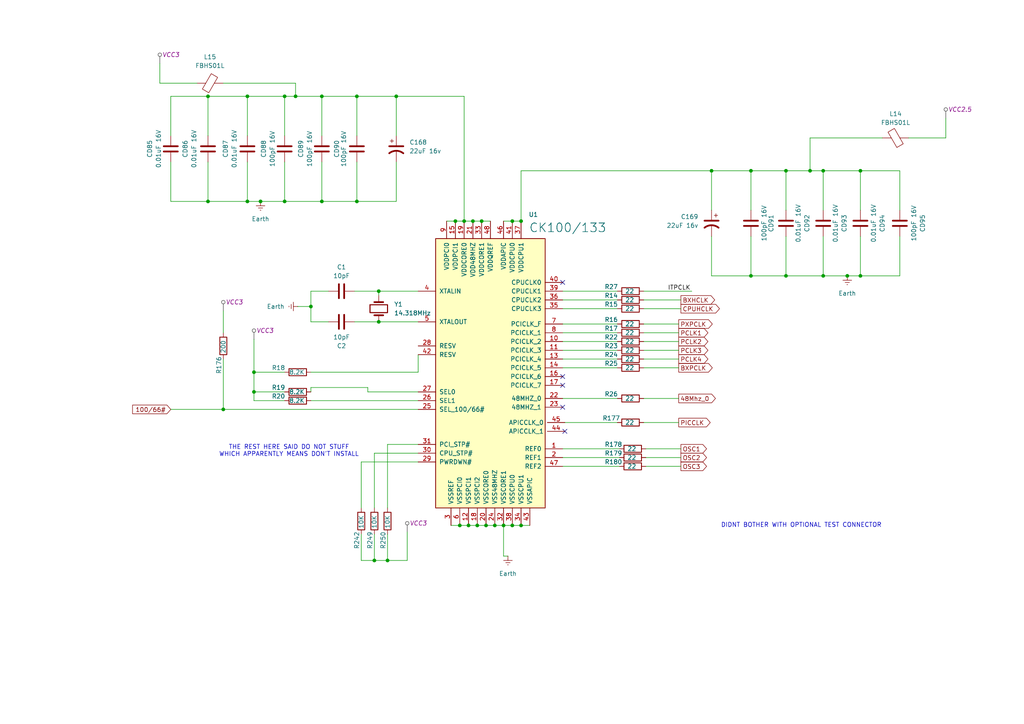
<source format=kicad_sch>
(kicad_sch
	(version 20241004)
	(generator "eeschema")
	(generator_version "8.99")
	(uuid "c21d09c4-6e55-413b-846c-46e45027be87")
	(paper "A4")
	(title_block
		(date "Thursday, April 09, 1998")
		(rev "1.0")
	)
	(lib_symbols
		(symbol "Device:C"
			(pin_numbers
				(hide yes)
			)
			(pin_names
				(offset 0.254)
			)
			(exclude_from_sim no)
			(in_bom yes)
			(on_board yes)
			(property "Reference" "C"
				(at 0.635 2.54 0)
				(effects
					(font
						(size 1.27 1.27)
					)
					(justify left)
				)
			)
			(property "Value" "C"
				(at 0.635 -2.54 0)
				(effects
					(font
						(size 1.27 1.27)
					)
					(justify left)
				)
			)
			(property "Footprint" ""
				(at 0.9652 -3.81 0)
				(effects
					(font
						(size 1.27 1.27)
					)
					(hide yes)
				)
			)
			(property "Datasheet" "~"
				(at 0 0 0)
				(effects
					(font
						(size 1.27 1.27)
					)
					(hide yes)
				)
			)
			(property "Description" "Unpolarized capacitor"
				(at 0 0 0)
				(effects
					(font
						(size 1.27 1.27)
					)
					(hide yes)
				)
			)
			(property "ki_keywords" "cap capacitor"
				(at 0 0 0)
				(effects
					(font
						(size 1.27 1.27)
					)
					(hide yes)
				)
			)
			(property "ki_fp_filters" "C_*"
				(at 0 0 0)
				(effects
					(font
						(size 1.27 1.27)
					)
					(hide yes)
				)
			)
			(symbol "C_0_1"
				(polyline
					(pts
						(xy -2.032 0.762) (xy 2.032 0.762)
					)
					(stroke
						(width 0.508)
						(type default)
					)
					(fill
						(type none)
					)
				)
				(polyline
					(pts
						(xy -2.032 -0.762) (xy 2.032 -0.762)
					)
					(stroke
						(width 0.508)
						(type default)
					)
					(fill
						(type none)
					)
				)
			)
			(symbol "C_1_1"
				(pin passive line
					(at 0 3.81 270)
					(length 2.794)
					(name "~"
						(effects
							(font
								(size 1.27 1.27)
							)
						)
					)
					(number "1"
						(effects
							(font
								(size 1.27 1.27)
							)
						)
					)
				)
				(pin passive line
					(at 0 -3.81 90)
					(length 2.794)
					(name "~"
						(effects
							(font
								(size 1.27 1.27)
							)
						)
					)
					(number "2"
						(effects
							(font
								(size 1.27 1.27)
							)
						)
					)
				)
			)
			(embedded_fonts no)
		)
		(symbol "Device:C_Polarized_US"
			(pin_numbers
				(hide yes)
			)
			(pin_names
				(offset 0.254)
				(hide yes)
			)
			(exclude_from_sim no)
			(in_bom yes)
			(on_board yes)
			(property "Reference" "C"
				(at 0.635 2.54 0)
				(effects
					(font
						(size 1.27 1.27)
					)
					(justify left)
				)
			)
			(property "Value" "C_Polarized_US"
				(at 0.635 -2.54 0)
				(effects
					(font
						(size 1.27 1.27)
					)
					(justify left)
				)
			)
			(property "Footprint" ""
				(at 0 0 0)
				(effects
					(font
						(size 1.27 1.27)
					)
					(hide yes)
				)
			)
			(property "Datasheet" "~"
				(at 0 0 0)
				(effects
					(font
						(size 1.27 1.27)
					)
					(hide yes)
				)
			)
			(property "Description" "Polarized capacitor, US symbol"
				(at 0 0 0)
				(effects
					(font
						(size 1.27 1.27)
					)
					(hide yes)
				)
			)
			(property "ki_keywords" "cap capacitor"
				(at 0 0 0)
				(effects
					(font
						(size 1.27 1.27)
					)
					(hide yes)
				)
			)
			(property "ki_fp_filters" "CP_*"
				(at 0 0 0)
				(effects
					(font
						(size 1.27 1.27)
					)
					(hide yes)
				)
			)
			(symbol "C_Polarized_US_0_1"
				(polyline
					(pts
						(xy -2.032 0.762) (xy 2.032 0.762)
					)
					(stroke
						(width 0.508)
						(type default)
					)
					(fill
						(type none)
					)
				)
				(polyline
					(pts
						(xy -1.778 2.286) (xy -0.762 2.286)
					)
					(stroke
						(width 0)
						(type default)
					)
					(fill
						(type none)
					)
				)
				(polyline
					(pts
						(xy -1.27 1.778) (xy -1.27 2.794)
					)
					(stroke
						(width 0)
						(type default)
					)
					(fill
						(type none)
					)
				)
				(arc
					(start -2.032 -1.27)
					(mid 0 -0.5572)
					(end 2.032 -1.27)
					(stroke
						(width 0.508)
						(type default)
					)
					(fill
						(type none)
					)
				)
			)
			(symbol "C_Polarized_US_1_1"
				(pin passive line
					(at 0 3.81 270)
					(length 2.794)
					(name "~"
						(effects
							(font
								(size 1.27 1.27)
							)
						)
					)
					(number "1"
						(effects
							(font
								(size 1.27 1.27)
							)
						)
					)
				)
				(pin passive line
					(at 0 -3.81 90)
					(length 3.302)
					(name "~"
						(effects
							(font
								(size 1.27 1.27)
							)
						)
					)
					(number "2"
						(effects
							(font
								(size 1.27 1.27)
							)
						)
					)
				)
			)
			(embedded_fonts no)
		)
		(symbol "Device:Crystal"
			(pin_numbers
				(hide yes)
			)
			(pin_names
				(offset 1.016)
				(hide yes)
			)
			(exclude_from_sim no)
			(in_bom yes)
			(on_board yes)
			(property "Reference" "Y"
				(at 0 3.81 0)
				(effects
					(font
						(size 1.27 1.27)
					)
				)
			)
			(property "Value" "Crystal"
				(at 0 -3.81 0)
				(effects
					(font
						(size 1.27 1.27)
					)
				)
			)
			(property "Footprint" ""
				(at 0 0 0)
				(effects
					(font
						(size 1.27 1.27)
					)
					(hide yes)
				)
			)
			(property "Datasheet" "~"
				(at 0 0 0)
				(effects
					(font
						(size 1.27 1.27)
					)
					(hide yes)
				)
			)
			(property "Description" "Two pin crystal"
				(at 0 0 0)
				(effects
					(font
						(size 1.27 1.27)
					)
					(hide yes)
				)
			)
			(property "ki_keywords" "quartz ceramic resonator oscillator"
				(at 0 0 0)
				(effects
					(font
						(size 1.27 1.27)
					)
					(hide yes)
				)
			)
			(property "ki_fp_filters" "Crystal*"
				(at 0 0 0)
				(effects
					(font
						(size 1.27 1.27)
					)
					(hide yes)
				)
			)
			(symbol "Crystal_0_1"
				(polyline
					(pts
						(xy -2.54 0) (xy -1.905 0)
					)
					(stroke
						(width 0)
						(type default)
					)
					(fill
						(type none)
					)
				)
				(polyline
					(pts
						(xy -1.905 -1.27) (xy -1.905 1.27)
					)
					(stroke
						(width 0.508)
						(type default)
					)
					(fill
						(type none)
					)
				)
				(rectangle
					(start -1.143 2.54)
					(end 1.143 -2.54)
					(stroke
						(width 0.3048)
						(type default)
					)
					(fill
						(type none)
					)
				)
				(polyline
					(pts
						(xy 1.905 -1.27) (xy 1.905 1.27)
					)
					(stroke
						(width 0.508)
						(type default)
					)
					(fill
						(type none)
					)
				)
				(polyline
					(pts
						(xy 2.54 0) (xy 1.905 0)
					)
					(stroke
						(width 0)
						(type default)
					)
					(fill
						(type none)
					)
				)
			)
			(symbol "Crystal_1_1"
				(pin passive line
					(at -3.81 0 0)
					(length 1.27)
					(name "1"
						(effects
							(font
								(size 1.27 1.27)
							)
						)
					)
					(number "1"
						(effects
							(font
								(size 1.27 1.27)
							)
						)
					)
				)
				(pin passive line
					(at 3.81 0 180)
					(length 1.27)
					(name "2"
						(effects
							(font
								(size 1.27 1.27)
							)
						)
					)
					(number "2"
						(effects
							(font
								(size 1.27 1.27)
							)
						)
					)
				)
			)
			(embedded_fonts no)
		)
		(symbol "Device:FerriteBead"
			(pin_numbers
				(hide yes)
			)
			(pin_names
				(offset 0)
			)
			(exclude_from_sim no)
			(in_bom yes)
			(on_board yes)
			(property "Reference" "FB"
				(at -3.81 0.635 90)
				(effects
					(font
						(size 1.27 1.27)
					)
				)
			)
			(property "Value" "FerriteBead"
				(at 3.81 0 90)
				(effects
					(font
						(size 1.27 1.27)
					)
				)
			)
			(property "Footprint" ""
				(at -1.778 0 90)
				(effects
					(font
						(size 1.27 1.27)
					)
					(hide yes)
				)
			)
			(property "Datasheet" "~"
				(at 0 0 0)
				(effects
					(font
						(size 1.27 1.27)
					)
					(hide yes)
				)
			)
			(property "Description" "Ferrite bead"
				(at 0 0 0)
				(effects
					(font
						(size 1.27 1.27)
					)
					(hide yes)
				)
			)
			(property "ki_keywords" "L ferrite bead inductor filter"
				(at 0 0 0)
				(effects
					(font
						(size 1.27 1.27)
					)
					(hide yes)
				)
			)
			(property "ki_fp_filters" "Inductor_* L_* *Ferrite*"
				(at 0 0 0)
				(effects
					(font
						(size 1.27 1.27)
					)
					(hide yes)
				)
			)
			(symbol "FerriteBead_0_1"
				(polyline
					(pts
						(xy -2.7686 0.4064) (xy -1.7018 2.2606) (xy 2.7686 -0.3048) (xy 1.6764 -2.159) (xy -2.7686 0.4064)
					)
					(stroke
						(width 0)
						(type default)
					)
					(fill
						(type none)
					)
				)
				(polyline
					(pts
						(xy 0 1.27) (xy 0 1.2954)
					)
					(stroke
						(width 0)
						(type default)
					)
					(fill
						(type none)
					)
				)
				(polyline
					(pts
						(xy 0 -1.27) (xy 0 -1.2192)
					)
					(stroke
						(width 0)
						(type default)
					)
					(fill
						(type none)
					)
				)
			)
			(symbol "FerriteBead_1_1"
				(pin passive line
					(at 0 3.81 270)
					(length 2.54)
					(name "~"
						(effects
							(font
								(size 1.27 1.27)
							)
						)
					)
					(number "1"
						(effects
							(font
								(size 1.27 1.27)
							)
						)
					)
				)
				(pin passive line
					(at 0 -3.81 90)
					(length 2.54)
					(name "~"
						(effects
							(font
								(size 1.27 1.27)
							)
						)
					)
					(number "2"
						(effects
							(font
								(size 1.27 1.27)
							)
						)
					)
				)
			)
			(embedded_fonts no)
		)
		(symbol "Device:R"
			(pin_numbers
				(hide yes)
			)
			(pin_names
				(offset 0)
			)
			(exclude_from_sim no)
			(in_bom yes)
			(on_board yes)
			(property "Reference" "R"
				(at 2.032 0 90)
				(effects
					(font
						(size 1.27 1.27)
					)
				)
			)
			(property "Value" "R"
				(at 0 0 90)
				(effects
					(font
						(size 1.27 1.27)
					)
				)
			)
			(property "Footprint" ""
				(at -1.778 0 90)
				(effects
					(font
						(size 1.27 1.27)
					)
					(hide yes)
				)
			)
			(property "Datasheet" "~"
				(at 0 0 0)
				(effects
					(font
						(size 1.27 1.27)
					)
					(hide yes)
				)
			)
			(property "Description" "Resistor"
				(at 0 0 0)
				(effects
					(font
						(size 1.27 1.27)
					)
					(hide yes)
				)
			)
			(property "ki_keywords" "R res resistor"
				(at 0 0 0)
				(effects
					(font
						(size 1.27 1.27)
					)
					(hide yes)
				)
			)
			(property "ki_fp_filters" "R_*"
				(at 0 0 0)
				(effects
					(font
						(size 1.27 1.27)
					)
					(hide yes)
				)
			)
			(symbol "R_0_1"
				(rectangle
					(start -1.016 -2.54)
					(end 1.016 2.54)
					(stroke
						(width 0.254)
						(type default)
					)
					(fill
						(type none)
					)
				)
			)
			(symbol "R_1_1"
				(pin passive line
					(at 0 3.81 270)
					(length 1.27)
					(name "~"
						(effects
							(font
								(size 1.27 1.27)
							)
						)
					)
					(number "1"
						(effects
							(font
								(size 1.27 1.27)
							)
						)
					)
				)
				(pin passive line
					(at 0 -3.81 90)
					(length 1.27)
					(name "~"
						(effects
							(font
								(size 1.27 1.27)
							)
						)
					)
					(number "2"
						(effects
							(font
								(size 1.27 1.27)
							)
						)
					)
				)
			)
			(embedded_fonts no)
		)
		(symbol "P2-3_era:CK100/133"
			(pin_names
				(offset 1.016)
			)
			(exclude_from_sim no)
			(in_bom yes)
			(on_board yes)
			(property "Reference" "U?"
				(at -59.182 62.484 0)
				(effects
					(font
						(size 1.27 1.27)
					)
				)
			)
			(property "Value" "CK100/133"
				(at -37.592 3.556 90)
				(effects
					(font
						(size 2.54 2.54)
					)
				)
			)
			(property "Footprint" ""
				(at -74.13 173.31 0)
				(effects
					(font
						(size 1.27 1.27)
					)
					(hide yes)
				)
			)
			(property "Datasheet" "blah"
				(at -44.45 173.99 0)
				(effects
					(font
						(size 1.27 1.27)
					)
					(hide yes)
				)
			)
			(property "Description" "blah"
				(at -29.718 194.31 0)
				(effects
					(font
						(size 1.27 1.27)
					)
					(hide yes)
				)
			)
			(property "ki_keywords" "CLOCK GENERATOR P2 P3"
				(at 0 0 0)
				(effects
					(font
						(size 1.27 1.27)
					)
					(hide yes)
				)
			)
			(property "ki_fp_filters" "DIP* PDIP*"
				(at 0 0 0)
				(effects
					(font
						(size 1.27 1.27)
					)
					(hide yes)
				)
			)
			(symbol "CK100/133_0_1"
				(rectangle
					(start -54.61 41.275)
					(end -22.86 -36.83)
					(stroke
						(width 0.254)
						(type default)
					)
					(fill
						(type background)
					)
				)
			)
			(symbol "CK100/133_1_1"
				(pin input line
					(at -59.69 26.035 0)
					(length 5.08)
					(name "XTALIN"
						(effects
							(font
								(size 1.27 1.27)
							)
						)
					)
					(number "4"
						(effects
							(font
								(size 1.27 1.27)
							)
						)
					)
				)
				(pin output line
					(at -59.69 17.145 0)
					(length 5.08)
					(name "XTALOUT"
						(effects
							(font
								(size 1.27 1.27)
							)
						)
					)
					(number "5"
						(effects
							(font
								(size 1.27 1.27)
							)
						)
					)
				)
				(pin unspecified line
					(at -59.69 10.16 0)
					(length 5.08)
					(name "RESV"
						(effects
							(font
								(size 1.27 1.27)
							)
						)
					)
					(number "28"
						(effects
							(font
								(size 1.27 1.27)
							)
						)
					)
				)
				(pin unspecified line
					(at -59.69 7.62 0)
					(length 5.08)
					(name "RESV"
						(effects
							(font
								(size 1.27 1.27)
							)
						)
					)
					(number "42"
						(effects
							(font
								(size 1.27 1.27)
							)
						)
					)
				)
				(pin input line
					(at -59.69 -3.175 0)
					(length 5.08)
					(name "SEL0"
						(effects
							(font
								(size 1.27 1.27)
							)
						)
					)
					(number "27"
						(effects
							(font
								(size 1.27 1.27)
							)
						)
					)
				)
				(pin input line
					(at -59.69 -5.715 0)
					(length 5.08)
					(name "SEL1"
						(effects
							(font
								(size 1.27 1.27)
							)
						)
					)
					(number "26"
						(effects
							(font
								(size 1.27 1.27)
							)
						)
					)
				)
				(pin input line
					(at -59.69 -8.255 0)
					(length 5.08)
					(name "SEL_100/66#"
						(effects
							(font
								(size 1.27 1.27)
							)
						)
					)
					(number "25"
						(effects
							(font
								(size 1.27 1.27)
							)
						)
					)
				)
				(pin input line
					(at -59.69 -18.415 0)
					(length 5.08)
					(name "PCI_STP#"
						(effects
							(font
								(size 1.27 1.27)
							)
						)
					)
					(number "31"
						(effects
							(font
								(size 1.27 1.27)
							)
						)
					)
				)
				(pin input line
					(at -59.69 -20.955 0)
					(length 5.08)
					(name "CPU_STP#"
						(effects
							(font
								(size 1.27 1.27)
							)
						)
					)
					(number "30"
						(effects
							(font
								(size 1.27 1.27)
							)
						)
					)
				)
				(pin input line
					(at -59.69 -23.495 0)
					(length 5.08)
					(name "PWRDWN#"
						(effects
							(font
								(size 1.27 1.27)
							)
						)
					)
					(number "29"
						(effects
							(font
								(size 1.27 1.27)
							)
						)
					)
				)
				(pin power_in line
					(at -51.435 46.355 270)
					(length 5.08)
					(name "VDDPCI0"
						(effects
							(font
								(size 1.27 1.27)
							)
						)
					)
					(number "9"
						(effects
							(font
								(size 1.27 1.27)
							)
						)
					)
				)
				(pin power_out line
					(at -50.165 -41.91 90)
					(length 5.08)
					(name "VSSREF"
						(effects
							(font
								(size 1.27 1.27)
							)
						)
					)
					(number "3"
						(effects
							(font
								(size 1.27 1.27)
							)
						)
					)
				)
				(pin power_in line
					(at -48.895 46.355 270)
					(length 5.08)
					(name "VDDPCI1"
						(effects
							(font
								(size 1.27 1.27)
							)
						)
					)
					(number "15"
						(effects
							(font
								(size 1.27 1.27)
							)
						)
					)
				)
				(pin power_out line
					(at -47.625 -41.91 90)
					(length 5.08)
					(name "VSSPCI0"
						(effects
							(font
								(size 1.27 1.27)
							)
						)
					)
					(number "6"
						(effects
							(font
								(size 1.27 1.27)
							)
						)
					)
				)
				(pin power_in line
					(at -46.355 46.355 270)
					(length 5.08)
					(name "VDDCORE0"
						(effects
							(font
								(size 1.27 1.27)
							)
						)
					)
					(number "19"
						(effects
							(font
								(size 1.27 1.27)
							)
						)
					)
				)
				(pin power_out line
					(at -45.085 -41.91 90)
					(length 5.08)
					(name "VSSPCI1"
						(effects
							(font
								(size 1.27 1.27)
							)
						)
					)
					(number "12"
						(effects
							(font
								(size 1.27 1.27)
							)
						)
					)
				)
				(pin power_in line
					(at -43.815 46.355 270)
					(length 5.08)
					(name "VDD48MHZ"
						(effects
							(font
								(size 1.27 1.27)
							)
						)
					)
					(number "21"
						(effects
							(font
								(size 1.27 1.27)
							)
						)
					)
				)
				(pin power_out line
					(at -42.545 -41.91 90)
					(length 5.08)
					(name "VSSPCI2"
						(effects
							(font
								(size 1.27 1.27)
							)
						)
					)
					(number "18"
						(effects
							(font
								(size 1.27 1.27)
							)
						)
					)
				)
				(pin power_in line
					(at -41.275 46.355 270)
					(length 5.08)
					(name "VDDCORE1"
						(effects
							(font
								(size 1.27 1.27)
							)
						)
					)
					(number "33"
						(effects
							(font
								(size 1.27 1.27)
							)
						)
					)
				)
				(pin power_out line
					(at -40.005 -41.91 90)
					(length 5.08)
					(name "VSSCORE0"
						(effects
							(font
								(size 1.27 1.27)
							)
						)
					)
					(number "20"
						(effects
							(font
								(size 1.27 1.27)
							)
						)
					)
				)
				(pin power_in line
					(at -38.735 46.355 270)
					(length 5.08)
					(name "VDDQREF"
						(effects
							(font
								(size 1.27 1.27)
							)
						)
					)
					(number "48"
						(effects
							(font
								(size 1.27 1.27)
							)
						)
					)
				)
				(pin power_out line
					(at -37.465 -41.91 90)
					(length 5.08)
					(name "VSS48MHZ"
						(effects
							(font
								(size 1.27 1.27)
							)
						)
					)
					(number "24"
						(effects
							(font
								(size 1.27 1.27)
							)
						)
					)
				)
				(pin power_in line
					(at -34.925 46.355 270)
					(length 5.08)
					(name "VDDAPIC"
						(effects
							(font
								(size 1.27 1.27)
							)
						)
					)
					(number "46"
						(effects
							(font
								(size 1.27 1.27)
							)
						)
					)
				)
				(pin power_out line
					(at -34.925 -41.91 90)
					(length 5.08)
					(name "VSSCORE1"
						(effects
							(font
								(size 1.27 1.27)
							)
						)
					)
					(number "32"
						(effects
							(font
								(size 1.27 1.27)
							)
						)
					)
				)
				(pin power_in line
					(at -32.385 46.355 270)
					(length 5.08)
					(name "VDDCPU0"
						(effects
							(font
								(size 1.27 1.27)
							)
						)
					)
					(number "41"
						(effects
							(font
								(size 1.27 1.27)
							)
						)
					)
				)
				(pin power_out line
					(at -32.385 -41.91 90)
					(length 5.08)
					(name "VSSCPU0"
						(effects
							(font
								(size 1.27 1.27)
							)
						)
					)
					(number "38"
						(effects
							(font
								(size 1.27 1.27)
							)
						)
					)
				)
				(pin power_in line
					(at -29.845 46.355 270)
					(length 5.08)
					(name "VDDCPU1"
						(effects
							(font
								(size 1.27 1.27)
							)
						)
					)
					(number "37"
						(effects
							(font
								(size 1.27 1.27)
							)
						)
					)
				)
				(pin power_out line
					(at -29.845 -41.91 90)
					(length 5.08)
					(name "VSSCPU1"
						(effects
							(font
								(size 1.27 1.27)
							)
						)
					)
					(number "34"
						(effects
							(font
								(size 1.27 1.27)
							)
						)
					)
				)
				(pin power_out line
					(at -27.305 -41.91 90)
					(length 5.08)
					(name "VSSAPIC"
						(effects
							(font
								(size 1.27 1.27)
							)
						)
					)
					(number "43"
						(effects
							(font
								(size 1.27 1.27)
							)
						)
					)
				)
				(pin output line
					(at -17.78 28.575 180)
					(length 5.08)
					(name "CPUCLK0"
						(effects
							(font
								(size 1.27 1.27)
							)
						)
					)
					(number "40"
						(effects
							(font
								(size 1.27 1.27)
							)
						)
					)
				)
				(pin output line
					(at -17.78 26.035 180)
					(length 5.08)
					(name "CPUCLK1"
						(effects
							(font
								(size 1.27 1.27)
							)
						)
					)
					(number "39"
						(effects
							(font
								(size 1.27 1.27)
							)
						)
					)
				)
				(pin output line
					(at -17.78 23.495 180)
					(length 5.08)
					(name "CPUCLK2"
						(effects
							(font
								(size 1.27 1.27)
							)
						)
					)
					(number "36"
						(effects
							(font
								(size 1.27 1.27)
							)
						)
					)
				)
				(pin output line
					(at -17.78 20.955 180)
					(length 5.08)
					(name "CPUCLK3"
						(effects
							(font
								(size 1.27 1.27)
							)
						)
					)
					(number "35"
						(effects
							(font
								(size 1.27 1.27)
							)
						)
					)
				)
				(pin output line
					(at -17.78 16.51 180)
					(length 5.08)
					(name "PCICLK_F"
						(effects
							(font
								(size 1.27 1.27)
							)
						)
					)
					(number "7"
						(effects
							(font
								(size 1.27 1.27)
							)
						)
					)
				)
				(pin output line
					(at -17.78 13.97 180)
					(length 5.08)
					(name "PCICLK_1"
						(effects
							(font
								(size 1.27 1.27)
							)
						)
					)
					(number "8"
						(effects
							(font
								(size 1.27 1.27)
							)
						)
					)
				)
				(pin output line
					(at -17.78 11.43 180)
					(length 5.08)
					(name "PCICLK_2"
						(effects
							(font
								(size 1.27 1.27)
							)
						)
					)
					(number "10"
						(effects
							(font
								(size 1.27 1.27)
							)
						)
					)
				)
				(pin output line
					(at -17.78 8.89 180)
					(length 5.08)
					(name "PCICLK_3"
						(effects
							(font
								(size 1.27 1.27)
							)
						)
					)
					(number "11"
						(effects
							(font
								(size 1.27 1.27)
							)
						)
					)
				)
				(pin output line
					(at -17.78 6.35 180)
					(length 5.08)
					(name "PCICLK_4"
						(effects
							(font
								(size 1.27 1.27)
							)
						)
					)
					(number "13"
						(effects
							(font
								(size 1.27 1.27)
							)
						)
					)
				)
				(pin output line
					(at -17.78 3.81 180)
					(length 5.08)
					(name "PCICLK_5"
						(effects
							(font
								(size 1.27 1.27)
							)
						)
					)
					(number "14"
						(effects
							(font
								(size 1.27 1.27)
							)
						)
					)
				)
				(pin output line
					(at -17.78 1.27 180)
					(length 5.08)
					(name "PCICLK_6"
						(effects
							(font
								(size 1.27 1.27)
							)
						)
					)
					(number "16"
						(effects
							(font
								(size 1.27 1.27)
							)
						)
					)
				)
				(pin output line
					(at -17.78 -1.27 180)
					(length 5.08)
					(name "PCICLK_7"
						(effects
							(font
								(size 1.27 1.27)
							)
						)
					)
					(number "17"
						(effects
							(font
								(size 1.27 1.27)
							)
						)
					)
				)
				(pin output line
					(at -17.78 -5.08 180)
					(length 5.08)
					(name "48MHZ_0"
						(effects
							(font
								(size 1.27 1.27)
							)
						)
					)
					(number "22"
						(effects
							(font
								(size 1.27 1.27)
							)
						)
					)
				)
				(pin output line
					(at -17.78 -7.62 180)
					(length 5.08)
					(name "48MHZ_1"
						(effects
							(font
								(size 1.27 1.27)
							)
						)
					)
					(number "23"
						(effects
							(font
								(size 1.27 1.27)
							)
						)
					)
				)
				(pin output line
					(at -17.78 -19.685 180)
					(length 5.08)
					(name "REF0"
						(effects
							(font
								(size 1.27 1.27)
							)
						)
					)
					(number "1"
						(effects
							(font
								(size 1.27 1.27)
							)
						)
					)
				)
				(pin output line
					(at -17.78 -22.225 180)
					(length 5.08)
					(name "REF1"
						(effects
							(font
								(size 1.27 1.27)
							)
						)
					)
					(number "2"
						(effects
							(font
								(size 1.27 1.27)
							)
						)
					)
				)
				(pin output line
					(at -17.78 -24.765 180)
					(length 5.08)
					(name "REF2"
						(effects
							(font
								(size 1.27 1.27)
							)
						)
					)
					(number "47"
						(effects
							(font
								(size 1.27 1.27)
							)
						)
					)
				)
				(pin output line
					(at -17.145 -12.065 180)
					(length 5.08)
					(name "APICCLK_0"
						(effects
							(font
								(size 1.27 1.27)
							)
						)
					)
					(number "45"
						(effects
							(font
								(size 1.27 1.27)
							)
						)
					)
				)
				(pin output line
					(at -17.145 -14.605 180)
					(length 5.08)
					(name "APICCLK_1"
						(effects
							(font
								(size 1.27 1.27)
							)
						)
					)
					(number "44"
						(effects
							(font
								(size 1.27 1.27)
							)
						)
					)
				)
			)
			(embedded_fonts no)
		)
		(symbol "power:Earth"
			(power)
			(pin_numbers
				(hide yes)
			)
			(pin_names
				(offset 0)
				(hide yes)
			)
			(exclude_from_sim no)
			(in_bom yes)
			(on_board yes)
			(property "Reference" "#PWR"
				(at 0 -6.35 0)
				(effects
					(font
						(size 1.27 1.27)
					)
					(hide yes)
				)
			)
			(property "Value" "Earth"
				(at 0 -3.81 0)
				(effects
					(font
						(size 1.27 1.27)
					)
				)
			)
			(property "Footprint" ""
				(at 0 0 0)
				(effects
					(font
						(size 1.27 1.27)
					)
					(hide yes)
				)
			)
			(property "Datasheet" "~"
				(at 0 0 0)
				(effects
					(font
						(size 1.27 1.27)
					)
					(hide yes)
				)
			)
			(property "Description" "Power symbol creates a global label with name \"Earth\""
				(at 0 0 0)
				(effects
					(font
						(size 1.27 1.27)
					)
					(hide yes)
				)
			)
			(property "ki_keywords" "global ground gnd"
				(at 0 0 0)
				(effects
					(font
						(size 1.27 1.27)
					)
					(hide yes)
				)
			)
			(symbol "Earth_0_1"
				(polyline
					(pts
						(xy -0.635 -1.905) (xy 0.635 -1.905)
					)
					(stroke
						(width 0)
						(type default)
					)
					(fill
						(type none)
					)
				)
				(polyline
					(pts
						(xy -0.127 -2.54) (xy 0.127 -2.54)
					)
					(stroke
						(width 0)
						(type default)
					)
					(fill
						(type none)
					)
				)
				(polyline
					(pts
						(xy 0 -1.27) (xy 0 0)
					)
					(stroke
						(width 0)
						(type default)
					)
					(fill
						(type none)
					)
				)
				(polyline
					(pts
						(xy 1.27 -1.27) (xy -1.27 -1.27)
					)
					(stroke
						(width 0)
						(type default)
					)
					(fill
						(type none)
					)
				)
			)
			(symbol "Earth_1_1"
				(pin power_in line
					(at 0 0 270)
					(length 0)
					(name "~"
						(effects
							(font
								(size 1.27 1.27)
							)
						)
					)
					(number "1"
						(effects
							(font
								(size 1.27 1.27)
							)
						)
					)
				)
			)
			(embedded_fonts no)
		)
	)
	(text "DIDNT BOTHER WITH OPTIONAL TEST CONNECTOR\n"
		(exclude_from_sim no)
		(at 232.41 152.4 0)
		(effects
			(font
				(size 1.27 1.27)
			)
		)
		(uuid "402c6bb5-dd91-43ba-8cfc-15599f79705b")
	)
	(text "THE REST HERE SAID DO NOT STUFF\nWHICH APPARENTLY MEANS DON'T INSTALL"
		(exclude_from_sim no)
		(at 83.82 130.81 0)
		(effects
			(font
				(size 1.27 1.27)
			)
		)
		(uuid "a0f4007c-6aac-44e6-9988-e801130479df")
	)
	(junction
		(at 146.05 152.4)
		(diameter 0)
		(color 0 0 0 0)
		(uuid "02d12c86-47fd-4fbb-963a-729505cb75b4")
	)
	(junction
		(at 109.855 84.455)
		(diameter 0)
		(color 0 0 0 0)
		(uuid "04795510-1809-4520-b9d9-37615073087c")
	)
	(junction
		(at 249.555 80.01)
		(diameter 0)
		(color 0 0 0 0)
		(uuid "069bb174-e658-4323-b3ff-a90a4887dd31")
	)
	(junction
		(at 134.62 64.135)
		(diameter 0)
		(color 0 0 0 0)
		(uuid "1053c860-d256-4dab-a3aa-42fe6b9fc7aa")
	)
	(junction
		(at 112.395 162.56)
		(diameter 0)
		(color 0 0 0 0)
		(uuid "1172d52f-5873-4a79-9c4f-3bd8011314ce")
	)
	(junction
		(at 109.855 93.345)
		(diameter 0)
		(color 0 0 0 0)
		(uuid "29b70d6f-70a3-4494-a200-eed6177a2a21")
	)
	(junction
		(at 132.08 64.135)
		(diameter 0)
		(color 0 0 0 0)
		(uuid "2fc359af-89da-4817-be08-445175981dc1")
	)
	(junction
		(at 71.755 58.42)
		(diameter 0)
		(color 0 0 0 0)
		(uuid "3237db93-3cb2-42cf-9a2b-bd3919feb8b3")
	)
	(junction
		(at 60.325 27.94)
		(diameter 0)
		(color 0 0 0 0)
		(uuid "37e7b47f-81d8-422c-80fd-5fc3c1000457")
	)
	(junction
		(at 85.725 27.94)
		(diameter 0)
		(color 0 0 0 0)
		(uuid "44ddbf5f-49a4-486e-a055-9f54504c31df")
	)
	(junction
		(at 64.77 118.745)
		(diameter 0)
		(color 0 0 0 0)
		(uuid "473948a1-82ff-4b29-beef-cabf871e543a")
	)
	(junction
		(at 143.51 152.4)
		(diameter 0)
		(color 0 0 0 0)
		(uuid "4d28f0a8-c8df-4be0-aeae-c885d41501d6")
	)
	(junction
		(at 139.7 64.135)
		(diameter 0)
		(color 0 0 0 0)
		(uuid "4e49a848-c818-42f8-aee8-d126e0c05c62")
	)
	(junction
		(at 103.505 27.94)
		(diameter 0)
		(color 0 0 0 0)
		(uuid "54806661-3c89-4c22-84f5-c448111717fe")
	)
	(junction
		(at 93.345 27.94)
		(diameter 0)
		(color 0 0 0 0)
		(uuid "5557222d-b852-47d0-afc1-67b69ef5ebee")
	)
	(junction
		(at 151.13 64.135)
		(diameter 0)
		(color 0 0 0 0)
		(uuid "55914050-2d3a-40dd-a4bf-95ba08704c83")
	)
	(junction
		(at 114.935 27.94)
		(diameter 0)
		(color 0 0 0 0)
		(uuid "5734fb16-3135-481b-b00c-f2c894fad69e")
	)
	(junction
		(at 206.375 49.53)
		(diameter 0)
		(color 0 0 0 0)
		(uuid "5ab92196-8430-4625-9294-3bd30d2a98b0")
	)
	(junction
		(at 227.965 80.01)
		(diameter 0)
		(color 0 0 0 0)
		(uuid "5ad2c97f-3265-4b9f-94b6-9b762625ed62")
	)
	(junction
		(at 227.965 49.53)
		(diameter 0)
		(color 0 0 0 0)
		(uuid "609dc0f1-7857-4d2d-a518-b432ff308d58")
	)
	(junction
		(at 245.745 80.01)
		(diameter 0)
		(color 0 0 0 0)
		(uuid "6108253b-15d1-4b4b-9c78-c60352887784")
	)
	(junction
		(at 137.16 64.135)
		(diameter 0)
		(color 0 0 0 0)
		(uuid "6ad2182b-8b0b-4c2f-9bd1-e5868da80c83")
	)
	(junction
		(at 148.59 152.4)
		(diameter 0)
		(color 0 0 0 0)
		(uuid "6ee80580-2f4d-4edc-977d-98b96937ee80")
	)
	(junction
		(at 151.13 152.4)
		(diameter 0)
		(color 0 0 0 0)
		(uuid "7879e25b-cf4b-4ed5-a0cf-f2486e027c66")
	)
	(junction
		(at 148.59 64.135)
		(diameter 0)
		(color 0 0 0 0)
		(uuid "7b43a0aa-e8d4-4be0-8b0e-3c37aaef14ff")
	)
	(junction
		(at 217.805 49.53)
		(diameter 0)
		(color 0 0 0 0)
		(uuid "7d7639fb-c9c6-426b-9798-da3ecb2d442c")
	)
	(junction
		(at 138.43 152.4)
		(diameter 0)
		(color 0 0 0 0)
		(uuid "83089a5c-fcfe-445e-9da1-40ebcc16ff09")
	)
	(junction
		(at 238.76 49.53)
		(diameter 0)
		(color 0 0 0 0)
		(uuid "857bf7bc-725c-4332-840c-418b4765ad85")
	)
	(junction
		(at 135.89 152.4)
		(diameter 0)
		(color 0 0 0 0)
		(uuid "8be9a68c-4bf1-4cdd-81fa-89004af61bc2")
	)
	(junction
		(at 75.565 58.42)
		(diameter 0)
		(color 0 0 0 0)
		(uuid "953ba247-0a2c-4a6b-8921-6ef2312533c6")
	)
	(junction
		(at 103.505 58.42)
		(diameter 0)
		(color 0 0 0 0)
		(uuid "a9468318-24fd-4811-a7b5-801936003ae4")
	)
	(junction
		(at 60.325 58.42)
		(diameter 0)
		(color 0 0 0 0)
		(uuid "a97dbfcc-c473-4be1-82c6-589483302b4d")
	)
	(junction
		(at 82.55 27.94)
		(diameter 0)
		(color 0 0 0 0)
		(uuid "abdbf873-3dc6-4325-a30a-c501c8791894")
	)
	(junction
		(at 90.17 88.9)
		(diameter 0)
		(color 0 0 0 0)
		(uuid "b8242f93-0f7b-4be1-9c5a-187175eeb40c")
	)
	(junction
		(at 82.55 58.42)
		(diameter 0)
		(color 0 0 0 0)
		(uuid "bd3aef1f-64ec-48e6-8e80-51f34cd62fd2")
	)
	(junction
		(at 217.805 80.01)
		(diameter 0)
		(color 0 0 0 0)
		(uuid "bdf17a15-1094-4fac-bffc-37c460a92d9b")
	)
	(junction
		(at 73.66 113.665)
		(diameter 0)
		(color 0 0 0 0)
		(uuid "bea47daf-4ade-4099-b5e2-2106b25e639f")
	)
	(junction
		(at 238.76 80.01)
		(diameter 0)
		(color 0 0 0 0)
		(uuid "cdbfcc38-7fec-4c08-830c-ad1a8cd9c068")
	)
	(junction
		(at 71.755 27.94)
		(diameter 0)
		(color 0 0 0 0)
		(uuid "de4c810e-0475-43ac-8077-528c3c36cbd4")
	)
	(junction
		(at 133.35 152.4)
		(diameter 0)
		(color 0 0 0 0)
		(uuid "e2d652c1-c589-4f87-a16a-488d58dd3043")
	)
	(junction
		(at 234.95 49.53)
		(diameter 0)
		(color 0 0 0 0)
		(uuid "e52a3ab8-3b53-4623-a375-b6ac3f968d90")
	)
	(junction
		(at 108.585 162.56)
		(diameter 0)
		(color 0 0 0 0)
		(uuid "e6b8e65b-b492-496a-8a87-20200de6698e")
	)
	(junction
		(at 93.345 58.42)
		(diameter 0)
		(color 0 0 0 0)
		(uuid "f059a89b-174b-4bee-8eef-b99f7543e914")
	)
	(junction
		(at 73.66 107.95)
		(diameter 0)
		(color 0 0 0 0)
		(uuid "f69f69ad-87a4-41a4-9c61-9807eb6efe2b")
	)
	(junction
		(at 140.97 152.4)
		(diameter 0)
		(color 0 0 0 0)
		(uuid "f6c3bff7-7f36-4712-9c21-57019f54ed45")
	)
	(junction
		(at 249.555 49.53)
		(diameter 0)
		(color 0 0 0 0)
		(uuid "fbfac934-7dc3-46c5-8c9b-a4abc01927c4")
	)
	(no_connect
		(at 163.195 118.11)
		(uuid "3c4015b2-192c-4985-82e8-2ac1cf1775c8")
	)
	(no_connect
		(at 163.83 125.095)
		(uuid "3dbb3968-9251-4d12-a6bc-907ba1535e9e")
	)
	(no_connect
		(at 163.195 81.915)
		(uuid "42886c59-6a3b-4172-9ab4-25815c3cdeee")
	)
	(no_connect
		(at 163.195 109.22)
		(uuid "9ff4d5ed-c5d7-4c4a-b0b4-1ec436b48848")
	)
	(no_connect
		(at 163.195 111.76)
		(uuid "b7f2b74e-b8bc-4a27-bcdd-ae53a54d0b94")
	)
	(wire
		(pts
			(xy 90.17 88.9) (xy 90.17 93.345)
		)
		(stroke
			(width 0)
			(type default)
		)
		(uuid "003012c1-e7b4-4fa0-beac-6f0241f55e26")
	)
	(wire
		(pts
			(xy 196.85 101.6) (xy 186.69 101.6)
		)
		(stroke
			(width 0)
			(type default)
		)
		(uuid "027962e6-847d-4e1e-8d9c-0ec697b93303")
	)
	(wire
		(pts
			(xy 146.05 64.135) (xy 148.59 64.135)
		)
		(stroke
			(width 0)
			(type default)
		)
		(uuid "05da9679-d22c-480f-a88d-8e5611416278")
	)
	(wire
		(pts
			(xy 104.775 133.985) (xy 121.285 133.985)
		)
		(stroke
			(width 0)
			(type default)
		)
		(uuid "06032419-2991-41f9-8b84-5b06bb3d6b61")
	)
	(wire
		(pts
			(xy 130.81 152.4) (xy 133.35 152.4)
		)
		(stroke
			(width 0)
			(type default)
		)
		(uuid "08e18d8a-4485-4cb2-a42e-47c65a45cb8f")
	)
	(wire
		(pts
			(xy 103.505 46.99) (xy 103.505 58.42)
		)
		(stroke
			(width 0)
			(type default)
		)
		(uuid "092e2171-5759-40ea-9ac3-6316d02d25ca")
	)
	(wire
		(pts
			(xy 134.62 64.135) (xy 137.16 64.135)
		)
		(stroke
			(width 0)
			(type default)
		)
		(uuid "096d0082-e10c-4017-96e9-71554f8d0e48")
	)
	(wire
		(pts
			(xy 238.76 60.96) (xy 238.76 49.53)
		)
		(stroke
			(width 0)
			(type default)
		)
		(uuid "09e2d1e6-01d7-4ef5-9a88-b57ffb485d87")
	)
	(wire
		(pts
			(xy 103.505 58.42) (xy 114.935 58.42)
		)
		(stroke
			(width 0)
			(type default)
		)
		(uuid "0acc7ea0-6b3d-4815-8d5b-8db95f89c8b3")
	)
	(wire
		(pts
			(xy 133.35 152.4) (xy 135.89 152.4)
		)
		(stroke
			(width 0)
			(type default)
		)
		(uuid "0d0a32bb-01a0-46c7-9212-8790c713c46d")
	)
	(wire
		(pts
			(xy 108.585 131.445) (xy 108.585 147.32)
		)
		(stroke
			(width 0)
			(type default)
		)
		(uuid "11fa9e72-53f2-4f3d-9074-ad9e3b5b7096")
	)
	(wire
		(pts
			(xy 137.16 64.135) (xy 139.7 64.135)
		)
		(stroke
			(width 0)
			(type default)
		)
		(uuid "131d3ab3-88a7-4814-8525-e1f1f3dc73cf")
	)
	(wire
		(pts
			(xy 93.345 39.37) (xy 93.345 27.94)
		)
		(stroke
			(width 0)
			(type default)
		)
		(uuid "13adf02d-aacb-4243-8d36-b7c75755d7f7")
	)
	(wire
		(pts
			(xy 227.965 49.53) (xy 217.805 49.53)
		)
		(stroke
			(width 0)
			(type default)
		)
		(uuid "147c26da-b1fa-4094-b514-724743768865")
	)
	(wire
		(pts
			(xy 163.195 106.68) (xy 179.07 106.68)
		)
		(stroke
			(width 0)
			(type default)
		)
		(uuid "14956ef4-4dce-4575-b60c-2c5f0d4a8787")
	)
	(wire
		(pts
			(xy 108.585 162.56) (xy 112.395 162.56)
		)
		(stroke
			(width 0)
			(type default)
		)
		(uuid "17a073ff-df59-4c9a-b136-e23676672abb")
	)
	(wire
		(pts
			(xy 146.05 161.29) (xy 147.32 161.29)
		)
		(stroke
			(width 0)
			(type default)
		)
		(uuid "17fb84b9-e0ec-4591-bcb0-0d52390dacb4")
	)
	(wire
		(pts
			(xy 90.17 107.95) (xy 121.285 107.95)
		)
		(stroke
			(width 0)
			(type default)
		)
		(uuid "19586418-d4cf-47d9-9b5d-c05e4c690e8d")
	)
	(wire
		(pts
			(xy 109.855 93.345) (xy 121.285 93.345)
		)
		(stroke
			(width 0)
			(type default)
		)
		(uuid "1a277a62-7794-4b67-b025-a0a2eec6fa8b")
	)
	(wire
		(pts
			(xy 82.55 39.37) (xy 82.55 27.94)
		)
		(stroke
			(width 0)
			(type default)
		)
		(uuid "1ceffdb9-2f49-45ce-9ed2-2182750fb94e")
	)
	(wire
		(pts
			(xy 206.375 68.58) (xy 206.375 80.01)
		)
		(stroke
			(width 0)
			(type default)
		)
		(uuid "2001a230-f3d8-4dd3-bd0b-c286f053583f")
	)
	(wire
		(pts
			(xy 151.13 152.4) (xy 153.67 152.4)
		)
		(stroke
			(width 0)
			(type default)
		)
		(uuid "21875216-0ff9-4268-b8d3-a4888be68ec3")
	)
	(wire
		(pts
			(xy 112.395 162.56) (xy 118.11 162.56)
		)
		(stroke
			(width 0)
			(type default)
		)
		(uuid "249d1f21-d545-418b-8c5a-8daa29ec1635")
	)
	(wire
		(pts
			(xy 60.325 58.42) (xy 71.755 58.42)
		)
		(stroke
			(width 0)
			(type default)
		)
		(uuid "251c6ed7-16d5-42dd-a5d5-177fd943040d")
	)
	(wire
		(pts
			(xy 73.66 107.95) (xy 73.66 113.665)
		)
		(stroke
			(width 0)
			(type default)
		)
		(uuid "291fc5eb-3c88-4817-bf20-762c59d000d3")
	)
	(wire
		(pts
			(xy 108.585 154.94) (xy 108.585 162.56)
		)
		(stroke
			(width 0)
			(type default)
		)
		(uuid "29228311-8494-4da4-9e6a-504e9242077c")
	)
	(wire
		(pts
			(xy 274.32 34.29) (xy 274.32 40.005)
		)
		(stroke
			(width 0)
			(type default)
		)
		(uuid "2b2b14b3-5207-4064-9a5d-7ec4986500ae")
	)
	(wire
		(pts
			(xy 163.195 84.455) (xy 179.07 84.455)
		)
		(stroke
			(width 0)
			(type default)
		)
		(uuid "2e5a5d4e-3e76-43d6-8476-c852879f8fff")
	)
	(wire
		(pts
			(xy 49.53 27.94) (xy 60.325 27.94)
		)
		(stroke
			(width 0)
			(type default)
		)
		(uuid "319319cf-bdfd-4bd3-a6d9-96f87fc1f68a")
	)
	(wire
		(pts
			(xy 82.55 116.205) (xy 73.66 116.205)
		)
		(stroke
			(width 0)
			(type default)
		)
		(uuid "31d0f3b9-e5d6-4cd7-875d-781d7969ad83")
	)
	(wire
		(pts
			(xy 73.66 98.425) (xy 73.66 107.95)
		)
		(stroke
			(width 0)
			(type default)
		)
		(uuid "386283ab-f5b6-430d-817e-9bb8901a057e")
	)
	(wire
		(pts
			(xy 90.17 84.455) (xy 90.17 88.9)
		)
		(stroke
			(width 0)
			(type default)
		)
		(uuid "3a44e73a-94b7-48b0-94a5-2ea8b6e136ba")
	)
	(wire
		(pts
			(xy 57.15 24.13) (xy 46.355 24.13)
		)
		(stroke
			(width 0)
			(type default)
		)
		(uuid "3a5940f5-9684-457b-b128-ce1dbe449e02")
	)
	(wire
		(pts
			(xy 121.285 118.745) (xy 64.77 118.745)
		)
		(stroke
			(width 0)
			(type default)
		)
		(uuid "3d9f2475-75f3-49be-90e2-040d464b366e")
	)
	(wire
		(pts
			(xy 104.775 162.56) (xy 108.585 162.56)
		)
		(stroke
			(width 0)
			(type default)
		)
		(uuid "3dba0a21-50fe-499b-8edf-931e019cba60")
	)
	(wire
		(pts
			(xy 103.505 27.94) (xy 114.935 27.94)
		)
		(stroke
			(width 0)
			(type default)
		)
		(uuid "3ded34a1-1d21-469a-933a-61e471e4dee5")
	)
	(wire
		(pts
			(xy 139.7 64.135) (xy 142.24 64.135)
		)
		(stroke
			(width 0)
			(type default)
		)
		(uuid "3f63844b-12ea-41c8-a2bc-5df4534bd947")
	)
	(wire
		(pts
			(xy 104.775 154.94) (xy 104.775 162.56)
		)
		(stroke
			(width 0)
			(type default)
		)
		(uuid "40e58460-7b30-484f-86e8-28e670cccfc2")
	)
	(wire
		(pts
			(xy 196.85 104.14) (xy 186.69 104.14)
		)
		(stroke
			(width 0)
			(type default)
		)
		(uuid "438f7d94-ba59-4240-bedc-3837f3895468")
	)
	(wire
		(pts
			(xy 71.755 46.99) (xy 71.755 58.42)
		)
		(stroke
			(width 0)
			(type default)
		)
		(uuid "45ccf1f5-2124-4642-a355-c05d5a7879cb")
	)
	(wire
		(pts
			(xy 196.85 122.555) (xy 186.69 122.555)
		)
		(stroke
			(width 0)
			(type default)
		)
		(uuid "47fb6742-8de5-44df-a134-18e693935bc5")
	)
	(wire
		(pts
			(xy 85.725 27.94) (xy 85.725 24.13)
		)
		(stroke
			(width 0)
			(type default)
		)
		(uuid "4b716af4-8454-41aa-b4ad-1cd116c380b5")
	)
	(wire
		(pts
			(xy 121.285 113.665) (xy 106.68 113.665)
		)
		(stroke
			(width 0)
			(type default)
		)
		(uuid "4bef1533-1855-4bb4-9228-146c27ea65f9")
	)
	(wire
		(pts
			(xy 106.68 112.395) (xy 106.68 113.665)
		)
		(stroke
			(width 0)
			(type default)
		)
		(uuid "4c573943-628e-4b05-901e-4a6c38323b74")
	)
	(wire
		(pts
			(xy 85.725 24.13) (xy 64.77 24.13)
		)
		(stroke
			(width 0)
			(type default)
		)
		(uuid "4d265597-bd52-4d88-8310-9cc8aaf017c3")
	)
	(wire
		(pts
			(xy 60.325 46.99) (xy 60.325 58.42)
		)
		(stroke
			(width 0)
			(type default)
		)
		(uuid "4eecb7a1-85e7-4910-95b5-523fdb367821")
	)
	(wire
		(pts
			(xy 82.55 46.99) (xy 82.55 58.42)
		)
		(stroke
			(width 0)
			(type default)
		)
		(uuid "4f798785-fb0d-421b-a9ed-74789ccf633a")
	)
	(wire
		(pts
			(xy 196.85 93.98) (xy 186.69 93.98)
		)
		(stroke
			(width 0)
			(type default)
		)
		(uuid "4fa90d00-67ce-4297-9217-91a2f54eb70a")
	)
	(wire
		(pts
			(xy 148.59 152.4) (xy 151.13 152.4)
		)
		(stroke
			(width 0)
			(type default)
		)
		(uuid "5191b782-674c-4300-990f-3c0b1a26df8a")
	)
	(wire
		(pts
			(xy 64.77 104.14) (xy 64.77 118.745)
		)
		(stroke
			(width 0)
			(type default)
		)
		(uuid "5509f76a-7383-42fd-bef3-8948d6facabd")
	)
	(wire
		(pts
			(xy 197.485 132.715) (xy 187.325 132.715)
		)
		(stroke
			(width 0)
			(type default)
		)
		(uuid "576377df-748e-4bf7-beb4-2b9eee52945b")
	)
	(wire
		(pts
			(xy 104.775 133.985) (xy 104.775 147.32)
		)
		(stroke
			(width 0)
			(type default)
		)
		(uuid "582a3c40-bda3-4f34-a207-89533863c24f")
	)
	(wire
		(pts
			(xy 249.555 68.58) (xy 249.555 80.01)
		)
		(stroke
			(width 0)
			(type default)
		)
		(uuid "5c3df04a-9622-4c95-b0eb-03be04dc8f61")
	)
	(wire
		(pts
			(xy 75.565 58.42) (xy 82.55 58.42)
		)
		(stroke
			(width 0)
			(type default)
		)
		(uuid "5cc152a9-73a7-47aa-9758-7e43f3f709c6")
	)
	(wire
		(pts
			(xy 163.195 96.52) (xy 179.07 96.52)
		)
		(stroke
			(width 0)
			(type default)
		)
		(uuid "613a568f-aded-4279-9acb-08660efe8184")
	)
	(wire
		(pts
			(xy 163.195 135.255) (xy 179.705 135.255)
		)
		(stroke
			(width 0)
			(type default)
		)
		(uuid "6174ad9a-d8dc-488a-a1be-2b188f14954d")
	)
	(wire
		(pts
			(xy 263.525 40.005) (xy 274.32 40.005)
		)
		(stroke
			(width 0)
			(type default)
		)
		(uuid "61f5ed29-5c08-4060-8716-0efc7c1cad66")
	)
	(wire
		(pts
			(xy 114.935 39.37) (xy 114.935 27.94)
		)
		(stroke
			(width 0)
			(type default)
		)
		(uuid "62a4d7ed-2f66-450e-943d-13dabdbc91e6")
	)
	(wire
		(pts
			(xy 249.555 80.01) (xy 245.745 80.01)
		)
		(stroke
			(width 0)
			(type default)
		)
		(uuid "634f5248-e911-4aab-a27e-91ee9f1f6e05")
	)
	(wire
		(pts
			(xy 112.395 128.905) (xy 112.395 147.32)
		)
		(stroke
			(width 0)
			(type default)
		)
		(uuid "6365c82e-aaee-4602-aad5-cf8265157edd")
	)
	(wire
		(pts
			(xy 71.755 39.37) (xy 71.755 27.94)
		)
		(stroke
			(width 0)
			(type default)
		)
		(uuid "67524072-7a38-47eb-8415-48a63d2f58ce")
	)
	(wire
		(pts
			(xy 196.85 115.57) (xy 186.69 115.57)
		)
		(stroke
			(width 0)
			(type default)
		)
		(uuid "6ba570e8-218a-4199-9dda-998643aec911")
	)
	(wire
		(pts
			(xy 186.69 84.455) (xy 200.66 84.455)
		)
		(stroke
			(width 0)
			(type default)
		)
		(uuid "6be2a7d6-2c01-4f66-9b29-50a0e0764afb")
	)
	(wire
		(pts
			(xy 49.53 58.42) (xy 60.325 58.42)
		)
		(stroke
			(width 0)
			(type default)
		)
		(uuid "6c6bec11-0ad7-47ca-83f9-3e07cea90e2a")
	)
	(wire
		(pts
			(xy 163.195 104.14) (xy 179.07 104.14)
		)
		(stroke
			(width 0)
			(type default)
		)
		(uuid "6d38c370-5431-4334-b9b3-8488fe7aad0c")
	)
	(wire
		(pts
			(xy 238.76 80.01) (xy 227.965 80.01)
		)
		(stroke
			(width 0)
			(type default)
		)
		(uuid "6f204c43-3d01-4643-af4f-48959ef490e8")
	)
	(wire
		(pts
			(xy 163.195 115.57) (xy 179.07 115.57)
		)
		(stroke
			(width 0)
			(type default)
		)
		(uuid "72104415-fc32-4dc6-8ff5-29f84455b4f3")
	)
	(wire
		(pts
			(xy 129.54 64.135) (xy 132.08 64.135)
		)
		(stroke
			(width 0)
			(type default)
		)
		(uuid "75f6b114-f967-4e87-b9c2-fc94b75dd7fb")
	)
	(wire
		(pts
			(xy 86.36 88.9) (xy 90.17 88.9)
		)
		(stroke
			(width 0)
			(type default)
		)
		(uuid "77e7edd9-33d7-42d5-aace-ba8ed03a5160")
	)
	(wire
		(pts
			(xy 234.95 49.53) (xy 238.76 49.53)
		)
		(stroke
			(width 0)
			(type default)
		)
		(uuid "78c5738a-5b6a-41b1-9fbf-e571e5c4a4d8")
	)
	(wire
		(pts
			(xy 249.555 49.53) (xy 238.76 49.53)
		)
		(stroke
			(width 0)
			(type default)
		)
		(uuid "7a2ac483-765c-4753-ab42-a6cae2321cc6")
	)
	(wire
		(pts
			(xy 151.13 64.135) (xy 151.13 49.53)
		)
		(stroke
			(width 0)
			(type default)
		)
		(uuid "7d549c79-ecc4-4790-832f-6782ffd7883d")
	)
	(wire
		(pts
			(xy 260.985 49.53) (xy 249.555 49.53)
		)
		(stroke
			(width 0)
			(type default)
		)
		(uuid "7ebcd1b8-1937-4512-b6a6-483f11bd701a")
	)
	(wire
		(pts
			(xy 90.17 93.345) (xy 95.25 93.345)
		)
		(stroke
			(width 0)
			(type default)
		)
		(uuid "84d8ff11-dbe7-4d84-ba20-6e3af8a1f17a")
	)
	(wire
		(pts
			(xy 197.485 89.535) (xy 186.69 89.535)
		)
		(stroke
			(width 0)
			(type default)
		)
		(uuid "88148b6b-4e43-4a5f-a7ce-3231b0bfaffe")
	)
	(wire
		(pts
			(xy 132.08 64.135) (xy 134.62 64.135)
		)
		(stroke
			(width 0)
			(type default)
		)
		(uuid "88c7faa7-b9a1-400a-a201-8b5191ce3283")
	)
	(wire
		(pts
			(xy 114.935 27.94) (xy 134.62 27.94)
		)
		(stroke
			(width 0)
			(type default)
		)
		(uuid "896dd987-3258-4b21-a3de-1ea4296d07f8")
	)
	(wire
		(pts
			(xy 146.05 152.4) (xy 148.59 152.4)
		)
		(stroke
			(width 0)
			(type default)
		)
		(uuid "89e9b0e4-febc-41f5-98a3-9ca04dcd7168")
	)
	(wire
		(pts
			(xy 60.325 27.94) (xy 71.755 27.94)
		)
		(stroke
			(width 0)
			(type default)
		)
		(uuid "8e955978-8eb8-4872-ad1a-132db96a6f4d")
	)
	(wire
		(pts
			(xy 85.725 27.94) (xy 93.345 27.94)
		)
		(stroke
			(width 0)
			(type default)
		)
		(uuid "90d14226-d2ca-42b6-a8e6-5158161b8823")
	)
	(wire
		(pts
			(xy 112.395 162.56) (xy 112.395 154.94)
		)
		(stroke
			(width 0)
			(type default)
		)
		(uuid "95c584db-876f-413c-9a05-3829b2cf247c")
	)
	(wire
		(pts
			(xy 121.285 84.455) (xy 109.855 84.455)
		)
		(stroke
			(width 0)
			(type default)
		)
		(uuid "964d5469-70c9-4dbc-bcc2-f8b72502dc63")
	)
	(wire
		(pts
			(xy 138.43 152.4) (xy 140.97 152.4)
		)
		(stroke
			(width 0)
			(type default)
		)
		(uuid "9710e872-eccd-4066-ab13-e22d5c0e384b")
	)
	(wire
		(pts
			(xy 73.66 113.665) (xy 73.66 116.205)
		)
		(stroke
			(width 0)
			(type default)
		)
		(uuid "99e3ea07-a588-4387-ba2a-ef71b864b4b0")
	)
	(wire
		(pts
			(xy 163.195 86.995) (xy 179.07 86.995)
		)
		(stroke
			(width 0)
			(type default)
		)
		(uuid "9a5c6ea8-1749-41cb-a5a9-36d8e4e5cf3e")
	)
	(wire
		(pts
			(xy 163.195 101.6) (xy 179.07 101.6)
		)
		(stroke
			(width 0)
			(type default)
		)
		(uuid "9cf98e50-8255-4971-b8a4-e33dbd8767c6")
	)
	(wire
		(pts
			(xy 234.95 49.53) (xy 227.965 49.53)
		)
		(stroke
			(width 0)
			(type default)
		)
		(uuid "9d2f7ee6-dd6e-448b-8428-40d5483eb599")
	)
	(wire
		(pts
			(xy 143.51 152.4) (xy 146.05 152.4)
		)
		(stroke
			(width 0)
			(type default)
		)
		(uuid "a0b427cb-dc5c-4ca1-9808-ff87a752a64b")
	)
	(wire
		(pts
			(xy 140.97 152.4) (xy 143.51 152.4)
		)
		(stroke
			(width 0)
			(type default)
		)
		(uuid "a1f1debc-7b97-4987-8493-bae956a8b041")
	)
	(wire
		(pts
			(xy 93.345 46.99) (xy 93.345 58.42)
		)
		(stroke
			(width 0)
			(type default)
		)
		(uuid "a29c38dc-97a6-47f2-b926-e9e21f3e315d")
	)
	(wire
		(pts
			(xy 103.505 39.37) (xy 103.505 27.94)
		)
		(stroke
			(width 0)
			(type default)
		)
		(uuid "a6f5605a-dfd7-47d7-a91d-a8801db64e92")
	)
	(wire
		(pts
			(xy 46.355 18.415) (xy 46.355 24.13)
		)
		(stroke
			(width 0)
			(type default)
		)
		(uuid "a71edcae-f305-41b5-916a-4c393dbfb2a2")
	)
	(wire
		(pts
			(xy 206.375 60.96) (xy 206.375 49.53)
		)
		(stroke
			(width 0)
			(type default)
		)
		(uuid "a7d4cbb0-194b-4200-ad07-10b265ce7795")
	)
	(wire
		(pts
			(xy 71.755 58.42) (xy 75.565 58.42)
		)
		(stroke
			(width 0)
			(type default)
		)
		(uuid "a7fde052-805c-4270-bed5-e69d3f659adb")
	)
	(wire
		(pts
			(xy 249.555 60.96) (xy 249.555 49.53)
		)
		(stroke
			(width 0)
			(type default)
		)
		(uuid "a9256149-d366-4e44-97c1-354fa886e9d1")
	)
	(wire
		(pts
			(xy 49.53 118.745) (xy 64.77 118.745)
		)
		(stroke
			(width 0)
			(type default)
		)
		(uuid "a92a6bf8-571d-4b07-a361-a925448e2325")
	)
	(wire
		(pts
			(xy 260.985 68.58) (xy 260.985 80.01)
		)
		(stroke
			(width 0)
			(type default)
		)
		(uuid "a952336d-4d3e-4ea7-b3c5-0455f4506305")
	)
	(wire
		(pts
			(xy 163.195 130.175) (xy 179.705 130.175)
		)
		(stroke
			(width 0)
			(type default)
		)
		(uuid "aa75b36b-92f8-4451-9b3b-b20c8617cbb3")
	)
	(wire
		(pts
			(xy 163.195 132.715) (xy 179.705 132.715)
		)
		(stroke
			(width 0)
			(type default)
		)
		(uuid "ac8ec5b7-5373-4e16-bbad-4fad8752ee86")
	)
	(wire
		(pts
			(xy 245.745 80.01) (xy 238.76 80.01)
		)
		(stroke
			(width 0)
			(type default)
		)
		(uuid "acd17c5b-fc1d-4c0e-978d-09f7e876c23c")
	)
	(wire
		(pts
			(xy 73.66 107.95) (xy 82.55 107.95)
		)
		(stroke
			(width 0)
			(type default)
		)
		(uuid "acf1a0f2-33b0-4c37-93b5-b99e6bc473e5")
	)
	(wire
		(pts
			(xy 227.965 80.01) (xy 217.805 80.01)
		)
		(stroke
			(width 0)
			(type default)
		)
		(uuid "ad7e6749-7bb5-410a-9ede-8655b0130b5d")
	)
	(wire
		(pts
			(xy 118.11 154.305) (xy 118.11 162.56)
		)
		(stroke
			(width 0)
			(type default)
		)
		(uuid "b08acc28-8356-4dab-845c-312ad666e470")
	)
	(wire
		(pts
			(xy 146.05 152.4) (xy 146.05 161.29)
		)
		(stroke
			(width 0)
			(type default)
		)
		(uuid "b20f0d8d-2a6e-45a8-95ce-f6afd8be0e83")
	)
	(wire
		(pts
			(xy 163.195 89.535) (xy 179.07 89.535)
		)
		(stroke
			(width 0)
			(type default)
		)
		(uuid "b2b9090a-80e9-4e27-8733-09d384e48d96")
	)
	(wire
		(pts
			(xy 82.55 58.42) (xy 93.345 58.42)
		)
		(stroke
			(width 0)
			(type default)
		)
		(uuid "b8591fb9-0c61-438c-9155-9dabb0dcb5f9")
	)
	(wire
		(pts
			(xy 134.62 27.94) (xy 134.62 64.135)
		)
		(stroke
			(width 0)
			(type default)
		)
		(uuid "b8d12eb9-cfff-4f51-aa7e-0520944931ba")
	)
	(wire
		(pts
			(xy 109.855 84.455) (xy 109.855 85.725)
		)
		(stroke
			(width 0)
			(type default)
		)
		(uuid "bb258b3d-5557-4bef-8fc9-50cd50bd10da")
	)
	(wire
		(pts
			(xy 196.85 96.52) (xy 186.69 96.52)
		)
		(stroke
			(width 0)
			(type default)
		)
		(uuid "bb80bd3f-bcd5-48c8-9cf9-61a2d111deb7")
	)
	(wire
		(pts
			(xy 106.68 112.395) (xy 90.17 112.395)
		)
		(stroke
			(width 0)
			(type default)
		)
		(uuid "c049482a-9999-4697-830b-0e6b3e845009")
	)
	(wire
		(pts
			(xy 93.345 27.94) (xy 103.505 27.94)
		)
		(stroke
			(width 0)
			(type default)
		)
		(uuid "c0f660bd-0e66-4b3d-bae8-d44e41827472")
	)
	(wire
		(pts
			(xy 206.375 49.53) (xy 217.805 49.53)
		)
		(stroke
			(width 0)
			(type default)
		)
		(uuid "c5705690-7714-4cf2-88f7-b236909c5882")
	)
	(wire
		(pts
			(xy 102.87 93.345) (xy 109.855 93.345)
		)
		(stroke
			(width 0)
			(type default)
		)
		(uuid "c67d8f17-d57f-42f8-8359-2246f7c8dde1")
	)
	(wire
		(pts
			(xy 93.345 58.42) (xy 103.505 58.42)
		)
		(stroke
			(width 0)
			(type default)
		)
		(uuid "caedd108-6b2f-4144-acbe-320ef482ccd0")
	)
	(wire
		(pts
			(xy 90.17 112.395) (xy 90.17 113.665)
		)
		(stroke
			(width 0)
			(type default)
		)
		(uuid "cbc371fa-fa2e-42a7-baa1-7d0b98d4d677")
	)
	(wire
		(pts
			(xy 151.13 49.53) (xy 206.375 49.53)
		)
		(stroke
			(width 0)
			(type default)
		)
		(uuid "ccdc9fc8-ec18-49ef-b514-bda618eed7c8")
	)
	(wire
		(pts
			(xy 197.485 130.175) (xy 187.325 130.175)
		)
		(stroke
			(width 0)
			(type default)
		)
		(uuid "cd3262e2-4dab-4e00-8bf5-53bf4877cfdd")
	)
	(wire
		(pts
			(xy 234.95 49.53) (xy 234.95 40.005)
		)
		(stroke
			(width 0)
			(type default)
		)
		(uuid "d00827e9-4a0e-4cf3-89b3-f5da9299a372")
	)
	(wire
		(pts
			(xy 49.53 39.37) (xy 49.53 27.94)
		)
		(stroke
			(width 0)
			(type default)
		)
		(uuid "d00bbb66-7248-46a1-81bf-91d6e224f34c")
	)
	(wire
		(pts
			(xy 49.53 46.99) (xy 49.53 58.42)
		)
		(stroke
			(width 0)
			(type default)
		)
		(uuid "d33ad294-0bb0-4308-823c-eeb021a43d5b")
	)
	(wire
		(pts
			(xy 121.285 128.905) (xy 112.395 128.905)
		)
		(stroke
			(width 0)
			(type default)
		)
		(uuid "d453c448-06d5-40af-82a4-89455df9a54c")
	)
	(wire
		(pts
			(xy 135.89 152.4) (xy 138.43 152.4)
		)
		(stroke
			(width 0)
			(type default)
		)
		(uuid "d4b0be16-0409-4497-8b60-735ad5d6c838")
	)
	(wire
		(pts
			(xy 217.805 80.01) (xy 206.375 80.01)
		)
		(stroke
			(width 0)
			(type default)
		)
		(uuid "d4ebd9d1-4335-4c9c-bbc1-53a4177f7dd0")
	)
	(wire
		(pts
			(xy 227.965 68.58) (xy 227.965 80.01)
		)
		(stroke
			(width 0)
			(type default)
		)
		(uuid "d51d899e-8a2e-4315-92fb-30955dd9e4d9")
	)
	(wire
		(pts
			(xy 260.985 80.01) (xy 249.555 80.01)
		)
		(stroke
			(width 0)
			(type default)
		)
		(uuid "d70c08f5-91dd-4dd2-9f41-9843647eb24e")
	)
	(wire
		(pts
			(xy 95.25 84.455) (xy 90.17 84.455)
		)
		(stroke
			(width 0)
			(type default)
		)
		(uuid "d84fd2ff-51bc-4b3c-a730-5b5471a0c66c")
	)
	(wire
		(pts
			(xy 60.325 39.37) (xy 60.325 27.94)
		)
		(stroke
			(width 0)
			(type default)
		)
		(uuid "db69370e-ffeb-4dde-a659-a8c924edf780")
	)
	(wire
		(pts
			(xy 217.805 60.96) (xy 217.805 49.53)
		)
		(stroke
			(width 0)
			(type default)
		)
		(uuid "dc68b70c-1a4c-4baa-9a75-e628366c53bd")
	)
	(wire
		(pts
			(xy 179.07 122.555) (xy 163.83 122.555)
		)
		(stroke
			(width 0)
			(type default)
		)
		(uuid "dd8975d1-e06c-40a1-ba4d-a77c1da61f6a")
	)
	(wire
		(pts
			(xy 82.55 113.665) (xy 73.66 113.665)
		)
		(stroke
			(width 0)
			(type default)
		)
		(uuid "de2c3d5f-ccac-4369-a4c8-84a2118e8d9a")
	)
	(wire
		(pts
			(xy 90.17 116.205) (xy 121.285 116.205)
		)
		(stroke
			(width 0)
			(type default)
		)
		(uuid "df823266-14f5-421a-9fca-97a28a951bfd")
	)
	(wire
		(pts
			(xy 196.85 106.68) (xy 186.69 106.68)
		)
		(stroke
			(width 0)
			(type default)
		)
		(uuid "e01e1f57-62ae-46b1-be62-68235b2a54ba")
	)
	(wire
		(pts
			(xy 260.985 60.96) (xy 260.985 49.53)
		)
		(stroke
			(width 0)
			(type default)
		)
		(uuid "e14579f6-9a06-48af-8b71-70e19b2adbe8")
	)
	(wire
		(pts
			(xy 196.85 99.06) (xy 186.69 99.06)
		)
		(stroke
			(width 0)
			(type default)
		)
		(uuid "e482943b-97a8-4e3a-9fdd-0a274b115545")
	)
	(wire
		(pts
			(xy 197.485 86.995) (xy 186.69 86.995)
		)
		(stroke
			(width 0)
			(type default)
		)
		(uuid "e4d5f240-a6e0-4e65-ad75-d846014bbcf7")
	)
	(wire
		(pts
			(xy 238.76 68.58) (xy 238.76 80.01)
		)
		(stroke
			(width 0)
			(type default)
		)
		(uuid "e665fc8d-6eb0-43ad-a69c-700985fab5a7")
	)
	(wire
		(pts
			(xy 217.805 68.58) (xy 217.805 80.01)
		)
		(stroke
			(width 0)
			(type default)
		)
		(uuid "e6fade1d-4fa7-4115-9a46-910b02b1f6fd")
	)
	(wire
		(pts
			(xy 163.195 99.06) (xy 179.07 99.06)
		)
		(stroke
			(width 0)
			(type default)
		)
		(uuid "e9d88c5d-bad5-463c-844e-f17c7bf86e59")
	)
	(wire
		(pts
			(xy 121.285 107.95) (xy 121.285 102.87)
		)
		(stroke
			(width 0)
			(type default)
		)
		(uuid "ec0308db-7791-468e-948d-57dd4e8641ba")
	)
	(wire
		(pts
			(xy 148.59 64.135) (xy 151.13 64.135)
		)
		(stroke
			(width 0)
			(type default)
		)
		(uuid "ecaa84c1-2717-44fe-982e-6969cb860d7d")
	)
	(wire
		(pts
			(xy 71.755 27.94) (xy 82.55 27.94)
		)
		(stroke
			(width 0)
			(type default)
		)
		(uuid "eda2c1f2-e911-4619-b906-5f0a2786c05a")
	)
	(wire
		(pts
			(xy 234.95 40.005) (xy 255.905 40.005)
		)
		(stroke
			(width 0)
			(type default)
		)
		(uuid "f0404b76-4b85-4880-9398-1a695afaa5e7")
	)
	(wire
		(pts
			(xy 109.855 84.455) (xy 102.87 84.455)
		)
		(stroke
			(width 0)
			(type default)
		)
		(uuid "f37d7436-5a6d-4475-8290-343e20da5995")
	)
	(wire
		(pts
			(xy 227.965 60.96) (xy 227.965 49.53)
		)
		(stroke
			(width 0)
			(type default)
		)
		(uuid "f4687e8a-8ccd-4708-b162-231c6cda760e")
	)
	(wire
		(pts
			(xy 163.195 93.98) (xy 179.07 93.98)
		)
		(stroke
			(width 0)
			(type default)
		)
		(uuid "f7c6489c-5f1d-4001-a333-f84de985bdb8")
	)
	(wire
		(pts
			(xy 64.77 90.17) (xy 64.77 96.52)
		)
		(stroke
			(width 0)
			(type default)
		)
		(uuid "f8af2d59-4220-4413-ac6c-8b4da788dd91")
	)
	(wire
		(pts
			(xy 114.935 46.99) (xy 114.935 58.42)
		)
		(stroke
			(width 0)
			(type default)
		)
		(uuid "f90d205e-4588-42ef-84b1-fee290c8ee70")
	)
	(wire
		(pts
			(xy 82.55 27.94) (xy 85.725 27.94)
		)
		(stroke
			(width 0)
			(type default)
		)
		(uuid "fb8e09d6-446d-4128-97a4-c8fcb7ed159f")
	)
	(wire
		(pts
			(xy 108.585 131.445) (xy 121.285 131.445)
		)
		(stroke
			(width 0)
			(type default)
		)
		(uuid "fce8b058-616e-45af-9dbf-aa51ab7c2195")
	)
	(wire
		(pts
			(xy 197.485 135.255) (xy 187.325 135.255)
		)
		(stroke
			(width 0)
			(type default)
		)
		(uuid "ff49e7c8-9f21-47a8-ab5c-4576de5b2d96")
	)
	(label "ITPCLK"
		(at 193.675 84.455 0)
		(fields_autoplaced yes)
		(effects
			(font
				(size 1.27 1.27)
			)
			(justify left bottom)
		)
		(uuid "6ebf50cd-9852-42e9-8bc1-1ad2f61e0ea1")
	)
	(global_label "PICCLK"
		(shape output)
		(at 196.85 122.555 0)
		(fields_autoplaced yes)
		(effects
			(font
				(size 1.27 1.27)
			)
			(justify left)
		)
		(uuid "11f386c1-f747-469f-817e-e54986863b7b")
		(property "Intersheetrefs" "${INTERSHEET_REFS}"
			(at 206.5481 122.555 0)
			(effects
				(font
					(size 1.27 1.27)
				)
				(justify left)
				(hide yes)
			)
		)
	)
	(global_label "PCLK3"
		(shape output)
		(at 196.85 101.6 0)
		(fields_autoplaced yes)
		(effects
			(font
				(size 1.27 1.27)
			)
			(justify left)
		)
		(uuid "4a38aef0-985f-460f-82cb-fe23d2f6d834")
		(property "Intersheetrefs" "${INTERSHEET_REFS}"
			(at 205.8828 101.6 0)
			(effects
				(font
					(size 1.27 1.27)
				)
				(justify left)
				(hide yes)
			)
		)
	)
	(global_label "PCLK1"
		(shape output)
		(at 196.85 96.52 0)
		(fields_autoplaced yes)
		(effects
			(font
				(size 1.27 1.27)
			)
			(justify left)
		)
		(uuid "74fba0ec-3069-4531-98b5-b896fbd6ad5e")
		(property "Intersheetrefs" "${INTERSHEET_REFS}"
			(at 205.8828 96.52 0)
			(effects
				(font
					(size 1.27 1.27)
				)
				(justify left)
				(hide yes)
			)
		)
	)
	(global_label "CPUHCLK"
		(shape output)
		(at 197.485 89.535 0)
		(fields_autoplaced yes)
		(effects
			(font
				(size 1.27 1.27)
			)
			(justify left)
		)
		(uuid "7c146c31-39bc-4fb1-874a-10ed823aa330")
		(property "Intersheetrefs" "${INTERSHEET_REFS}"
			(at 209.2393 89.535 0)
			(effects
				(font
					(size 1.27 1.27)
				)
				(justify left)
				(hide yes)
			)
		)
	)
	(global_label "48Mhz_0"
		(shape output)
		(at 196.85 115.57 0)
		(fields_autoplaced yes)
		(effects
			(font
				(size 1.27 1.27)
			)
			(justify left)
		)
		(uuid "94d24db8-38ed-43e9-869f-6713067e9d9a")
		(property "Intersheetrefs" "${INTERSHEET_REFS}"
			(at 208.0598 115.57 0)
			(effects
				(font
					(size 1.27 1.27)
				)
				(justify left)
				(hide yes)
			)
		)
	)
	(global_label "OSC3"
		(shape output)
		(at 197.485 135.255 0)
		(fields_autoplaced yes)
		(effects
			(font
				(size 1.27 1.27)
			)
			(justify left)
		)
		(uuid "9e4f91b0-bcf2-4c0c-bc7d-b41c13a7ef23")
		(property "Intersheetrefs" "${INTERSHEET_REFS}"
			(at 205.4897 135.255 0)
			(effects
				(font
					(size 1.27 1.27)
				)
				(justify left)
				(hide yes)
			)
		)
	)
	(global_label "PXPCLK"
		(shape output)
		(at 196.85 93.98 0)
		(fields_autoplaced yes)
		(effects
			(font
				(size 1.27 1.27)
			)
			(justify left)
		)
		(uuid "abc5521b-4427-48cc-aa8c-aeb95641d17d")
		(property "Intersheetrefs" "${INTERSHEET_REFS}"
			(at 207.1528 93.98 0)
			(effects
				(font
					(size 1.27 1.27)
				)
				(justify left)
				(hide yes)
			)
		)
	)
	(global_label "100{slash}66#"
		(shape input)
		(at 49.53 118.745 180)
		(fields_autoplaced yes)
		(effects
			(font
				(size 1.27 1.27)
			)
			(justify right)
		)
		(uuid "c5118305-aa1d-4d81-90f9-0aac37da0dcc")
		(property "Intersheetrefs" "${INTERSHEET_REFS}"
			(at 33.6258 118.745 0)
			(effects
				(font
					(size 1.27 1.27)
				)
				(justify right)
				(hide yes)
			)
		)
	)
	(global_label "PCLK2"
		(shape output)
		(at 196.85 99.06 0)
		(fields_autoplaced yes)
		(effects
			(font
				(size 1.27 1.27)
			)
			(justify left)
		)
		(uuid "cbed3664-69fb-460c-badd-ed9c5529ddce")
		(property "Intersheetrefs" "${INTERSHEET_REFS}"
			(at 205.8828 99.06 0)
			(effects
				(font
					(size 1.27 1.27)
				)
				(justify left)
				(hide yes)
			)
		)
	)
	(global_label "OSC1"
		(shape output)
		(at 197.485 130.175 0)
		(fields_autoplaced yes)
		(effects
			(font
				(size 1.27 1.27)
			)
			(justify left)
		)
		(uuid "d613cb33-2ca4-42fe-8360-1f3e58858b99")
		(property "Intersheetrefs" "${INTERSHEET_REFS}"
			(at 205.4897 130.175 0)
			(effects
				(font
					(size 1.27 1.27)
				)
				(justify left)
				(hide yes)
			)
		)
	)
	(global_label "OSC2"
		(shape output)
		(at 197.485 132.715 0)
		(fields_autoplaced yes)
		(effects
			(font
				(size 1.27 1.27)
			)
			(justify left)
		)
		(uuid "da64b81a-55c3-464c-8ade-09e786e7d419")
		(property "Intersheetrefs" "${INTERSHEET_REFS}"
			(at 205.4897 132.715 0)
			(effects
				(font
					(size 1.27 1.27)
				)
				(justify left)
				(hide yes)
			)
		)
	)
	(global_label "BXHCLK"
		(shape output)
		(at 197.485 86.995 0)
		(fields_autoplaced yes)
		(effects
			(font
				(size 1.27 1.27)
			)
			(justify left)
		)
		(uuid "de65e6d4-e080-4666-acff-05817a4f8558")
		(property "Intersheetrefs" "${INTERSHEET_REFS}"
			(at 207.8483 86.995 0)
			(effects
				(font
					(size 1.27 1.27)
				)
				(justify left)
				(hide yes)
			)
		)
	)
	(global_label "PCLK4"
		(shape output)
		(at 196.85 104.14 0)
		(fields_autoplaced yes)
		(effects
			(font
				(size 1.27 1.27)
			)
			(justify left)
		)
		(uuid "ec67d78b-69cb-43ca-86c0-fbdd656930a7")
		(property "Intersheetrefs" "${INTERSHEET_REFS}"
			(at 205.8828 104.14 0)
			(effects
				(font
					(size 1.27 1.27)
				)
				(justify left)
				(hide yes)
			)
		)
	)
	(global_label "BXPCLK"
		(shape output)
		(at 196.85 106.68 0)
		(fields_autoplaced yes)
		(effects
			(font
				(size 1.27 1.27)
			)
			(justify left)
		)
		(uuid "ee0e03d1-74fe-4c8f-bd87-c813554755c7")
		(property "Intersheetrefs" "${INTERSHEET_REFS}"
			(at 207.1528 106.68 0)
			(effects
				(font
					(size 1.27 1.27)
				)
				(justify left)
				(hide yes)
			)
		)
	)
	(netclass_flag ""
		(length 2.54)
		(shape round)
		(at 46.355 18.415 0)
		(fields_autoplaced yes)
		(effects
			(font
				(size 1.27 1.27)
			)
			(justify left bottom)
		)
		(uuid "59d60d98-14bd-4479-a281-9cfa225245b0")
		(property "Netclass" "VCC3"
			(at 47.0535 15.875 0)
			(effects
				(font
					(size 1.27 1.27)
					(italic yes)
				)
				(justify left)
			)
		)
	)
	(netclass_flag ""
		(length 2.54)
		(shape round)
		(at 73.66 98.425 0)
		(fields_autoplaced yes)
		(effects
			(font
				(size 1.27 1.27)
			)
			(justify left bottom)
		)
		(uuid "ad48b756-71d9-4104-a2f6-61ab313b68c4")
		(property "Netclass" "VCC3"
			(at 74.3585 95.885 0)
			(effects
				(font
					(size 1.27 1.27)
					(italic yes)
				)
				(justify left)
			)
		)
	)
	(netclass_flag ""
		(length 2.54)
		(shape round)
		(at 274.32 34.29 0)
		(fields_autoplaced yes)
		(effects
			(font
				(size 1.27 1.27)
			)
			(justify left bottom)
		)
		(uuid "af6bbf1d-163a-42d0-b44a-9c680aa88914")
		(property "Netclass" "VCC2.5"
			(at 275.0185 31.75 0)
			(effects
				(font
					(size 1.27 1.27)
					(italic yes)
				)
				(justify left)
			)
		)
	)
	(netclass_flag ""
		(length 2.54)
		(shape round)
		(at 64.77 90.17 0)
		(fields_autoplaced yes)
		(effects
			(font
				(size 1.27 1.27)
			)
			(justify left bottom)
		)
		(uuid "b4d010ac-5c16-4d4e-a50c-233dd987fb2e")
		(property "Netclass" "VCC3"
			(at 65.4685 87.63 0)
			(effects
				(font
					(size 1.27 1.27)
					(italic yes)
				)
				(justify left)
			)
		)
	)
	(netclass_flag ""
		(length 2.54)
		(shape round)
		(at 118.11 154.305 0)
		(fields_autoplaced yes)
		(effects
			(font
				(size 1.27 1.27)
			)
			(justify left bottom)
		)
		(uuid "eb5deb58-9cd5-407b-9c17-bb0eaff245bf")
		(property "Netclass" "VCC3"
			(at 118.8085 151.765 0)
			(effects
				(font
					(size 1.27 1.27)
					(italic yes)
				)
				(justify left)
			)
		)
	)
	(symbol
		(lib_id "Device:C")
		(at 99.06 84.455 270)
		(unit 1)
		(exclude_from_sim no)
		(in_bom yes)
		(on_board yes)
		(dnp no)
		(fields_autoplaced yes)
		(uuid "01b269b9-27f0-4390-b23e-6129c1f077f9")
		(property "Reference" "C1"
			(at 99.06 77.47 90)
			(effects
				(font
					(size 1.27 1.27)
				)
			)
		)
		(property "Value" "10pF"
			(at 99.06 80.01 90)
			(effects
				(font
					(size 1.27 1.27)
				)
			)
		)
		(property "Footprint" ""
			(at 95.25 85.4202 0)
			(effects
				(font
					(size 1.27 1.27)
				)
				(hide yes)
			)
		)
		(property "Datasheet" "~"
			(at 99.06 84.455 0)
			(effects
				(font
					(size 1.27 1.27)
				)
				(hide yes)
			)
		)
		(property "Description" "Unpolarized capacitor"
			(at 99.06 84.455 0)
			(effects
				(font
					(size 1.27 1.27)
				)
				(hide yes)
			)
		)
		(pin "2"
			(uuid "3abc0892-57b2-42e9-84a6-472e21073c4b")
		)
		(pin "1"
			(uuid "4feb8049-76ea-49f9-a52c-7770a758a97c")
		)
		(instances
			(project ""
				(path "/373c3af7-3bc7-49b4-93d6-3114ef59c408/265f68ea-d5af-47e5-b361-9da793f8df8c"
					(reference "C1")
					(unit 1)
				)
			)
		)
	)
	(symbol
		(lib_id "Device:R")
		(at 86.36 113.665 90)
		(unit 1)
		(exclude_from_sim no)
		(in_bom yes)
		(on_board yes)
		(dnp no)
		(uuid "048f3845-89be-4bd8-b599-596478c30c6f")
		(property "Reference" "R19"
			(at 80.772 112.395 90)
			(effects
				(font
					(size 1.27 1.27)
				)
			)
		)
		(property "Value" "8.2K"
			(at 86.106 113.665 90)
			(effects
				(font
					(size 1.27 1.27)
				)
			)
		)
		(property "Footprint" "Resistor_SMD:R_0201_0603Metric"
			(at 86.36 115.443 90)
			(effects
				(font
					(size 1.27 1.27)
				)
				(hide yes)
			)
		)
		(property "Datasheet" "~"
			(at 86.36 113.665 0)
			(effects
				(font
					(size 1.27 1.27)
				)
				(hide yes)
			)
		)
		(property "Description" "Resistor"
			(at 86.36 113.665 0)
			(effects
				(font
					(size 1.27 1.27)
				)
				(hide yes)
			)
		)
		(pin "1"
			(uuid "213c19bc-5b3a-475c-a77b-5b302b3e764b")
		)
		(pin "2"
			(uuid "0768ec60-860e-41b0-a065-98280daacb4c")
		)
		(instances
			(project "440BX REFERENCE DESIGN"
				(path "/373c3af7-3bc7-49b4-93d6-3114ef59c408/265f68ea-d5af-47e5-b361-9da793f8df8c"
					(reference "R19")
					(unit 1)
				)
			)
		)
	)
	(symbol
		(lib_id "Device:R")
		(at 182.88 84.455 90)
		(unit 1)
		(exclude_from_sim no)
		(in_bom yes)
		(on_board yes)
		(dnp no)
		(uuid "181f9ab0-40b1-45ca-b688-c1eb32004cb2")
		(property "Reference" "R27"
			(at 177.292 83.185 90)
			(effects
				(font
					(size 1.27 1.27)
				)
			)
		)
		(property "Value" "22"
			(at 182.626 84.455 90)
			(effects
				(font
					(size 1.27 1.27)
				)
			)
		)
		(property "Footprint" "Resistor_SMD:R_0201_0603Metric"
			(at 182.88 86.233 90)
			(effects
				(font
					(size 1.27 1.27)
				)
				(hide yes)
			)
		)
		(property "Datasheet" "~"
			(at 182.88 84.455 0)
			(effects
				(font
					(size 1.27 1.27)
				)
				(hide yes)
			)
		)
		(property "Description" "Resistor"
			(at 182.88 84.455 0)
			(effects
				(font
					(size 1.27 1.27)
				)
				(hide yes)
			)
		)
		(pin "1"
			(uuid "a5126538-3486-44bf-b2ba-134a449aa4e8")
		)
		(pin "2"
			(uuid "6a3950bc-9042-4d6a-9b21-4771fb67f5af")
		)
		(instances
			(project "440BX REFERENCE DESIGN"
				(path "/373c3af7-3bc7-49b4-93d6-3114ef59c408/265f68ea-d5af-47e5-b361-9da793f8df8c"
					(reference "R27")
					(unit 1)
				)
			)
		)
	)
	(symbol
		(lib_id "Device:C_Polarized_US")
		(at 114.935 43.18 0)
		(unit 1)
		(exclude_from_sim no)
		(in_bom yes)
		(on_board yes)
		(dnp no)
		(fields_autoplaced yes)
		(uuid "1989fb0c-80cc-490d-babe-58780c23efd3")
		(property "Reference" "C168"
			(at 118.745 41.2749 0)
			(effects
				(font
					(size 1.27 1.27)
				)
				(justify left)
			)
		)
		(property "Value" "22uF 16v"
			(at 118.745 43.8149 0)
			(effects
				(font
					(size 1.27 1.27)
				)
				(justify left)
			)
		)
		(property "Footprint" "Capacitor_SMD:C_0201_0603Metric"
			(at 114.935 43.18 0)
			(effects
				(font
					(size 1.27 1.27)
				)
				(hide yes)
			)
		)
		(property "Datasheet" "~"
			(at 114.935 43.18 0)
			(effects
				(font
					(size 1.27 1.27)
				)
				(hide yes)
			)
		)
		(property "Description" "Polarized capacitor, US symbol"
			(at 114.935 43.18 0)
			(effects
				(font
					(size 1.27 1.27)
				)
				(hide yes)
			)
		)
		(pin "2"
			(uuid "195fc8d1-1d8d-47bb-982f-c830fcb3cfa0")
		)
		(pin "1"
			(uuid "d412c7ad-7264-4052-96e6-8df2a906b334")
		)
		(instances
			(project "440BX REFERENCE DESIGN"
				(path "/373c3af7-3bc7-49b4-93d6-3114ef59c408/265f68ea-d5af-47e5-b361-9da793f8df8c"
					(reference "C168")
					(unit 1)
				)
			)
		)
	)
	(symbol
		(lib_id "Device:C")
		(at 93.345 43.18 0)
		(unit 1)
		(exclude_from_sim no)
		(in_bom yes)
		(on_board yes)
		(dnp no)
		(uuid "1b8f296e-466a-4e11-90c0-5c009ccbb56c")
		(property "Reference" "CD89"
			(at 87.249 43.18 90)
			(effects
				(font
					(size 1.27 1.27)
				)
			)
		)
		(property "Value" "100pF 16V"
			(at 89.789 43.18 90)
			(effects
				(font
					(size 1.27 1.27)
				)
			)
		)
		(property "Footprint" "Capacitor_SMD:C_0201_0603Metric"
			(at 94.3102 46.99 0)
			(effects
				(font
					(size 1.27 1.27)
				)
				(hide yes)
			)
		)
		(property "Datasheet" "~"
			(at 93.345 43.18 0)
			(effects
				(font
					(size 1.27 1.27)
				)
				(hide yes)
			)
		)
		(property "Description" "Unpolarized capacitor"
			(at 93.345 43.18 0)
			(effects
				(font
					(size 1.27 1.27)
				)
				(hide yes)
			)
		)
		(pin "2"
			(uuid "08bcbe45-0b8c-4e1a-82a8-d9441ba0eed3")
		)
		(pin "1"
			(uuid "a1aeb9d4-4224-41b1-9a4c-2ed2593f8261")
		)
		(instances
			(project "440BX REFERENCE DESIGN"
				(path "/373c3af7-3bc7-49b4-93d6-3114ef59c408/265f68ea-d5af-47e5-b361-9da793f8df8c"
					(reference "CD89")
					(unit 1)
				)
			)
		)
	)
	(symbol
		(lib_id "Device:R")
		(at 108.585 151.13 180)
		(unit 1)
		(exclude_from_sim no)
		(in_bom yes)
		(on_board yes)
		(dnp no)
		(uuid "1d01653f-ae2f-4b9a-a6b5-9cdca03ba293")
		(property "Reference" "R249"
			(at 107.315 156.718 90)
			(effects
				(font
					(size 1.27 1.27)
				)
			)
		)
		(property "Value" "10K"
			(at 108.585 151.384 90)
			(effects
				(font
					(size 1.27 1.27)
				)
			)
		)
		(property "Footprint" "Resistor_SMD:R_0201_0603Metric"
			(at 110.363 151.13 90)
			(effects
				(font
					(size 1.27 1.27)
				)
				(hide yes)
			)
		)
		(property "Datasheet" "~"
			(at 108.585 151.13 0)
			(effects
				(font
					(size 1.27 1.27)
				)
				(hide yes)
			)
		)
		(property "Description" "Resistor"
			(at 108.585 151.13 0)
			(effects
				(font
					(size 1.27 1.27)
				)
				(hide yes)
			)
		)
		(pin "1"
			(uuid "3a0c292e-3db1-45fe-a681-71cf237a3b2d")
		)
		(pin "2"
			(uuid "00c39fc7-f9a7-46bd-99e4-00ac680e9092")
		)
		(instances
			(project "440BX REFERENCE DESIGN"
				(path "/373c3af7-3bc7-49b4-93d6-3114ef59c408/265f68ea-d5af-47e5-b361-9da793f8df8c"
					(reference "R249")
					(unit 1)
				)
			)
		)
	)
	(symbol
		(lib_id "Device:C_Polarized_US")
		(at 206.375 64.77 0)
		(mirror y)
		(unit 1)
		(exclude_from_sim no)
		(in_bom yes)
		(on_board yes)
		(dnp no)
		(fields_autoplaced yes)
		(uuid "292c1a54-bf99-4568-b2c1-3144042b0201")
		(property "Reference" "C169"
			(at 202.565 62.8649 0)
			(effects
				(font
					(size 1.27 1.27)
				)
				(justify left)
			)
		)
		(property "Value" "22uF 16v"
			(at 202.565 65.4049 0)
			(effects
				(font
					(size 1.27 1.27)
				)
				(justify left)
			)
		)
		(property "Footprint" "Capacitor_SMD:C_0201_0603Metric"
			(at 206.375 64.77 0)
			(effects
				(font
					(size 1.27 1.27)
				)
				(hide yes)
			)
		)
		(property "Datasheet" "~"
			(at 206.375 64.77 0)
			(effects
				(font
					(size 1.27 1.27)
				)
				(hide yes)
			)
		)
		(property "Description" "Polarized capacitor, US symbol"
			(at 206.375 64.77 0)
			(effects
				(font
					(size 1.27 1.27)
				)
				(hide yes)
			)
		)
		(pin "2"
			(uuid "340c2d9b-f71e-41e7-a8fc-c22bfde4c7a0")
		)
		(pin "1"
			(uuid "9f38f74f-aa24-4f21-b3a7-1719d678c123")
		)
		(instances
			(project "440BX REFERENCE DESIGN"
				(path "/373c3af7-3bc7-49b4-93d6-3114ef59c408/265f68ea-d5af-47e5-b361-9da793f8df8c"
					(reference "C169")
					(unit 1)
				)
			)
		)
	)
	(symbol
		(lib_id "power:Earth")
		(at 86.36 88.9 270)
		(unit 1)
		(exclude_from_sim no)
		(in_bom yes)
		(on_board yes)
		(dnp no)
		(fields_autoplaced yes)
		(uuid "29e76df8-b9ce-4bc3-8c32-8e6e0a0d3a44")
		(property "Reference" "#PWR03"
			(at 80.01 88.9 0)
			(effects
				(font
					(size 1.27 1.27)
				)
				(hide yes)
			)
		)
		(property "Value" "Earth"
			(at 82.55 88.8999 90)
			(effects
				(font
					(size 1.27 1.27)
				)
				(justify right)
			)
		)
		(property "Footprint" ""
			(at 86.36 88.9 0)
			(effects
				(font
					(size 1.27 1.27)
				)
				(hide yes)
			)
		)
		(property "Datasheet" "~"
			(at 86.36 88.9 0)
			(effects
				(font
					(size 1.27 1.27)
				)
				(hide yes)
			)
		)
		(property "Description" "Power symbol creates a global label with name \"Earth\""
			(at 86.36 88.9 0)
			(effects
				(font
					(size 1.27 1.27)
				)
				(hide yes)
			)
		)
		(pin "1"
			(uuid "c591c391-8782-424e-9ade-d9be1c657257")
		)
		(instances
			(project ""
				(path "/373c3af7-3bc7-49b4-93d6-3114ef59c408/265f68ea-d5af-47e5-b361-9da793f8df8c"
					(reference "#PWR03")
					(unit 1)
				)
			)
		)
	)
	(symbol
		(lib_id "power:Earth")
		(at 75.565 58.42 0)
		(unit 1)
		(exclude_from_sim no)
		(in_bom yes)
		(on_board yes)
		(dnp no)
		(fields_autoplaced yes)
		(uuid "4663fdf2-8d45-4503-af08-b1b80391cb35")
		(property "Reference" "#PWR04"
			(at 75.565 64.77 0)
			(effects
				(font
					(size 1.27 1.27)
				)
				(hide yes)
			)
		)
		(property "Value" "Earth"
			(at 75.565 63.5 0)
			(effects
				(font
					(size 1.27 1.27)
				)
			)
		)
		(property "Footprint" ""
			(at 75.565 58.42 0)
			(effects
				(font
					(size 1.27 1.27)
				)
				(hide yes)
			)
		)
		(property "Datasheet" "~"
			(at 75.565 58.42 0)
			(effects
				(font
					(size 1.27 1.27)
				)
				(hide yes)
			)
		)
		(property "Description" "Power symbol creates a global label with name \"Earth\""
			(at 75.565 58.42 0)
			(effects
				(font
					(size 1.27 1.27)
				)
				(hide yes)
			)
		)
		(pin "1"
			(uuid "2f210f90-b3ff-41ef-bc85-0714e39b9759")
		)
		(instances
			(project ""
				(path "/373c3af7-3bc7-49b4-93d6-3114ef59c408/265f68ea-d5af-47e5-b361-9da793f8df8c"
					(reference "#PWR04")
					(unit 1)
				)
			)
		)
	)
	(symbol
		(lib_id "Device:R")
		(at 182.88 101.6 90)
		(unit 1)
		(exclude_from_sim no)
		(in_bom yes)
		(on_board yes)
		(dnp no)
		(uuid "4d790b08-fb74-4090-8b5f-7744bdf3fdb6")
		(property "Reference" "R23"
			(at 177.292 100.33 90)
			(effects
				(font
					(size 1.27 1.27)
				)
			)
		)
		(property "Value" "22"
			(at 182.626 101.6 90)
			(effects
				(font
					(size 1.27 1.27)
				)
			)
		)
		(property "Footprint" "Resistor_SMD:R_0201_0603Metric"
			(at 182.88 103.378 90)
			(effects
				(font
					(size 1.27 1.27)
				)
				(hide yes)
			)
		)
		(property "Datasheet" "~"
			(at 182.88 101.6 0)
			(effects
				(font
					(size 1.27 1.27)
				)
				(hide yes)
			)
		)
		(property "Description" "Resistor"
			(at 182.88 101.6 0)
			(effects
				(font
					(size 1.27 1.27)
				)
				(hide yes)
			)
		)
		(pin "1"
			(uuid "0684a644-262a-482b-b699-1bdb48539ca0")
		)
		(pin "2"
			(uuid "c1b93035-1240-493a-8b1d-b1caf2efd457")
		)
		(instances
			(project "440BX REFERENCE DESIGN"
				(path "/373c3af7-3bc7-49b4-93d6-3114ef59c408/265f68ea-d5af-47e5-b361-9da793f8df8c"
					(reference "R23")
					(unit 1)
				)
			)
		)
	)
	(symbol
		(lib_id "Device:R")
		(at 112.395 151.13 180)
		(unit 1)
		(exclude_from_sim no)
		(in_bom yes)
		(on_board yes)
		(dnp no)
		(uuid "4f3af0b3-7a65-4dcf-b842-ff24addaac97")
		(property "Reference" "R250"
			(at 111.125 156.718 90)
			(effects
				(font
					(size 1.27 1.27)
				)
			)
		)
		(property "Value" "10K"
			(at 112.395 151.384 90)
			(effects
				(font
					(size 1.27 1.27)
				)
			)
		)
		(property "Footprint" "Resistor_SMD:R_0201_0603Metric"
			(at 114.173 151.13 90)
			(effects
				(font
					(size 1.27 1.27)
				)
				(hide yes)
			)
		)
		(property "Datasheet" "~"
			(at 112.395 151.13 0)
			(effects
				(font
					(size 1.27 1.27)
				)
				(hide yes)
			)
		)
		(property "Description" "Resistor"
			(at 112.395 151.13 0)
			(effects
				(font
					(size 1.27 1.27)
				)
				(hide yes)
			)
		)
		(pin "1"
			(uuid "abd0dd98-f7d5-4499-9eb4-30069cf824d9")
		)
		(pin "2"
			(uuid "44a6cc91-e176-4526-bc26-f1f98f3c6e7d")
		)
		(instances
			(project "440BX REFERENCE DESIGN"
				(path "/373c3af7-3bc7-49b4-93d6-3114ef59c408/265f68ea-d5af-47e5-b361-9da793f8df8c"
					(reference "R250")
					(unit 1)
				)
			)
		)
	)
	(symbol
		(lib_id "Device:R")
		(at 86.36 107.95 90)
		(unit 1)
		(exclude_from_sim no)
		(in_bom yes)
		(on_board yes)
		(dnp no)
		(uuid "5390d3c8-12a0-4ff5-80d1-05563109d29e")
		(property "Reference" "R18"
			(at 80.772 106.68 90)
			(effects
				(font
					(size 1.27 1.27)
				)
			)
		)
		(property "Value" "8.2K"
			(at 86.106 107.95 90)
			(effects
				(font
					(size 1.27 1.27)
				)
			)
		)
		(property "Footprint" "Resistor_SMD:R_0201_0603Metric"
			(at 86.36 109.728 90)
			(effects
				(font
					(size 1.27 1.27)
				)
				(hide yes)
			)
		)
		(property "Datasheet" "~"
			(at 86.36 107.95 0)
			(effects
				(font
					(size 1.27 1.27)
				)
				(hide yes)
			)
		)
		(property "Description" "Resistor"
			(at 86.36 107.95 0)
			(effects
				(font
					(size 1.27 1.27)
				)
				(hide yes)
			)
		)
		(pin "1"
			(uuid "17948e3d-34bb-4398-992f-d58d537e65e5")
		)
		(pin "2"
			(uuid "e581af12-ae82-4b0d-926a-439ea7873f87")
		)
		(instances
			(project "440BX REFERENCE DESIGN"
				(path "/373c3af7-3bc7-49b4-93d6-3114ef59c408/265f68ea-d5af-47e5-b361-9da793f8df8c"
					(reference "R18")
					(unit 1)
				)
			)
		)
	)
	(symbol
		(lib_id "Device:C")
		(at 227.965 64.77 0)
		(mirror y)
		(unit 1)
		(exclude_from_sim no)
		(in_bom yes)
		(on_board yes)
		(dnp no)
		(uuid "5479f861-5c4c-4dd3-ab52-b0df19abaf96")
		(property "Reference" "CD92"
			(at 234.061 64.77 90)
			(effects
				(font
					(size 1.27 1.27)
				)
			)
		)
		(property "Value" "0.01uF 16V"
			(at 231.521 64.77 90)
			(effects
				(font
					(size 1.27 1.27)
				)
			)
		)
		(property "Footprint" "Capacitor_SMD:C_0201_0603Metric"
			(at 226.9998 68.58 0)
			(effects
				(font
					(size 1.27 1.27)
				)
				(hide yes)
			)
		)
		(property "Datasheet" "~"
			(at 227.965 64.77 0)
			(effects
				(font
					(size 1.27 1.27)
				)
				(hide yes)
			)
		)
		(property "Description" "Unpolarized capacitor"
			(at 227.965 64.77 0)
			(effects
				(font
					(size 1.27 1.27)
				)
				(hide yes)
			)
		)
		(pin "2"
			(uuid "b7a64b7d-e8b4-4e0e-b15a-8ee35a4f65b7")
		)
		(pin "1"
			(uuid "17dda69e-1cb3-49eb-af54-3d77c2a16182")
		)
		(instances
			(project "440BX REFERENCE DESIGN"
				(path "/373c3af7-3bc7-49b4-93d6-3114ef59c408/265f68ea-d5af-47e5-b361-9da793f8df8c"
					(reference "CD92")
					(unit 1)
				)
			)
		)
	)
	(symbol
		(lib_id "Device:C")
		(at 249.555 64.77 0)
		(mirror y)
		(unit 1)
		(exclude_from_sim no)
		(in_bom yes)
		(on_board yes)
		(dnp no)
		(uuid "5a9ab902-2422-4e4e-a0f8-bdf25711a2d1")
		(property "Reference" "CD94"
			(at 255.905 64.77 90)
			(effects
				(font
					(size 1.27 1.27)
				)
			)
		)
		(property "Value" "0.01uF 16V"
			(at 253.365 64.77 90)
			(effects
				(font
					(size 1.27 1.27)
				)
			)
		)
		(property "Footprint" "Capacitor_SMD:C_0201_0603Metric"
			(at 248.5898 68.58 0)
			(effects
				(font
					(size 1.27 1.27)
				)
				(hide yes)
			)
		)
		(property "Datasheet" "~"
			(at 249.555 64.77 0)
			(effects
				(font
					(size 1.27 1.27)
				)
				(hide yes)
			)
		)
		(property "Description" "Unpolarized capacitor"
			(at 249.555 64.77 0)
			(effects
				(font
					(size 1.27 1.27)
				)
				(hide yes)
			)
		)
		(pin "2"
			(uuid "e672d636-a559-40cf-a474-89adaebd0931")
		)
		(pin "1"
			(uuid "d51eb170-ff67-4dc1-89b1-a5d448275b5e")
		)
		(instances
			(project "440BX REFERENCE DESIGN"
				(path "/373c3af7-3bc7-49b4-93d6-3114ef59c408/265f68ea-d5af-47e5-b361-9da793f8df8c"
					(reference "CD94")
					(unit 1)
				)
			)
		)
	)
	(symbol
		(lib_id "Device:R")
		(at 182.88 93.98 90)
		(unit 1)
		(exclude_from_sim no)
		(in_bom yes)
		(on_board yes)
		(dnp no)
		(uuid "5c38e8f7-3444-4017-8290-23639c511868")
		(property "Reference" "R16"
			(at 177.292 92.71 90)
			(effects
				(font
					(size 1.27 1.27)
				)
			)
		)
		(property "Value" "22"
			(at 182.626 93.98 90)
			(effects
				(font
					(size 1.27 1.27)
				)
			)
		)
		(property "Footprint" "Resistor_SMD:R_0201_0603Metric"
			(at 182.88 95.758 90)
			(effects
				(font
					(size 1.27 1.27)
				)
				(hide yes)
			)
		)
		(property "Datasheet" "~"
			(at 182.88 93.98 0)
			(effects
				(font
					(size 1.27 1.27)
				)
				(hide yes)
			)
		)
		(property "Description" "Resistor"
			(at 182.88 93.98 0)
			(effects
				(font
					(size 1.27 1.27)
				)
				(hide yes)
			)
		)
		(pin "1"
			(uuid "bf6556ca-db60-41e0-a234-0908f5573539")
		)
		(pin "2"
			(uuid "b0c2929a-e048-4204-a435-aa92320b6a03")
		)
		(instances
			(project "440BX REFERENCE DESIGN"
				(path "/373c3af7-3bc7-49b4-93d6-3114ef59c408/265f68ea-d5af-47e5-b361-9da793f8df8c"
					(reference "R16")
					(unit 1)
				)
			)
		)
	)
	(symbol
		(lib_id "Device:C")
		(at 82.55 43.18 0)
		(unit 1)
		(exclude_from_sim no)
		(in_bom yes)
		(on_board yes)
		(dnp no)
		(uuid "5c900a2d-bb85-4f02-8bb3-3512577e6425")
		(property "Reference" "CD88"
			(at 76.454 43.18 90)
			(effects
				(font
					(size 1.27 1.27)
				)
			)
		)
		(property "Value" "100pF 16V"
			(at 78.994 43.18 90)
			(effects
				(font
					(size 1.27 1.27)
				)
			)
		)
		(property "Footprint" "Capacitor_SMD:C_0201_0603Metric"
			(at 83.5152 46.99 0)
			(effects
				(font
					(size 1.27 1.27)
				)
				(hide yes)
			)
		)
		(property "Datasheet" "~"
			(at 82.55 43.18 0)
			(effects
				(font
					(size 1.27 1.27)
				)
				(hide yes)
			)
		)
		(property "Description" "Unpolarized capacitor"
			(at 82.55 43.18 0)
			(effects
				(font
					(size 1.27 1.27)
				)
				(hide yes)
			)
		)
		(pin "2"
			(uuid "7fd7f4f9-6961-47b1-80e2-2f89f76425c0")
		)
		(pin "1"
			(uuid "b3a1fbd1-4ecc-4144-9e4b-7362f7b5d4bf")
		)
		(instances
			(project "440BX REFERENCE DESIGN"
				(path "/373c3af7-3bc7-49b4-93d6-3114ef59c408/265f68ea-d5af-47e5-b361-9da793f8df8c"
					(reference "CD88")
					(unit 1)
				)
			)
		)
	)
	(symbol
		(lib_id "P2-3_era:CK100/133")
		(at 180.975 110.49 0)
		(unit 1)
		(exclude_from_sim no)
		(in_bom yes)
		(on_board yes)
		(dnp no)
		(fields_autoplaced yes)
		(uuid "5cd25089-9fc1-408a-845c-99d0b5939412")
		(property "Reference" "U1"
			(at 153.3241 62.23 0)
			(effects
				(font
					(size 1.27 1.27)
				)
				(justify left)
			)
		)
		(property "Value" "CK100/133"
			(at 153.3241 66.04 0)
			(effects
				(font
					(size 2.54 2.54)
				)
				(justify left)
			)
		)
		(property "Footprint" ""
			(at 106.845 -62.82 0)
			(effects
				(font
					(size 1.27 1.27)
				)
				(hide yes)
			)
		)
		(property "Datasheet" "blah"
			(at 136.525 -63.5 0)
			(effects
				(font
					(size 1.27 1.27)
				)
				(hide yes)
			)
		)
		(property "Description" "blah"
			(at 151.257 -83.82 0)
			(effects
				(font
					(size 1.27 1.27)
				)
				(hide yes)
			)
		)
		(pin "35"
			(uuid "9352c573-e0e4-47a0-a9af-3dc74166b621")
		)
		(pin "12"
			(uuid "87af553e-955a-4cb8-aea3-02cf8b35092c")
		)
		(pin "1"
			(uuid "8a1ee7eb-3438-418f-903c-fc0b1151cd50")
		)
		(pin "25"
			(uuid "b5f11875-8f02-4142-b46a-d336874e55d0")
		)
		(pin "29"
			(uuid "6c30515a-bca2-49e1-9739-37f36376becd")
		)
		(pin "26"
			(uuid "328c998a-72af-4ac0-ab18-6a0938e088c2")
		)
		(pin "15"
			(uuid "b3441fc2-f3be-4212-9f24-13d3154f23fa")
		)
		(pin "31"
			(uuid "de8a555c-8564-4907-80ad-69ac044d1297")
		)
		(pin "34"
			(uuid "d94a466d-2f04-40fe-abff-fb6c42a14bb9")
		)
		(pin "37"
			(uuid "85bb2378-bf08-47ad-836f-aadbeea53c76")
		)
		(pin "4"
			(uuid "3617b0f6-090f-441f-b8e1-2938d95c37d6")
		)
		(pin "13"
			(uuid "79972cf8-d4f0-4109-9080-cda22968b590")
		)
		(pin "17"
			(uuid "eeec9cf3-a58a-4f4c-a7d2-02c7c181edee")
		)
		(pin "2"
			(uuid "c99e0f2a-1aa6-461d-9866-192f87d0ce48")
		)
		(pin "46"
			(uuid "ed5d762e-288d-4112-8e77-6c5a42b85aa8")
		)
		(pin "28"
			(uuid "3aa59417-ceeb-4b15-a3fa-c50396dd451a")
		)
		(pin "11"
			(uuid "5c7c1ef6-f4ef-4673-ade4-dd8185b4a471")
		)
		(pin "14"
			(uuid "41797da3-b77c-4d33-bf34-20b117c3a9ba")
		)
		(pin "20"
			(uuid "8a0a48a8-3159-4e37-8912-fd6d34123c5e")
		)
		(pin "7"
			(uuid "ee26dbc8-0fd2-4c1f-95b3-f632b35ccd05")
		)
		(pin "8"
			(uuid "69398fb9-9831-4371-9955-cda094787a56")
		)
		(pin "3"
			(uuid "c7152763-d107-4380-886f-b940e91d96b5")
		)
		(pin "33"
			(uuid "6330551a-8333-4ce3-ac49-248ccb47486e")
		)
		(pin "9"
			(uuid "329be20e-bdff-4910-a61f-c12c09ae949e")
		)
		(pin "32"
			(uuid "37e7a9e4-a835-4b6d-963d-f6a7ba39a7c1")
		)
		(pin "36"
			(uuid "ba3908b1-0317-4fb3-b629-4b5a69fcfd1c")
		)
		(pin "39"
			(uuid "97de42ad-c2d8-4f3b-83fa-38c2cb3c74ed")
		)
		(pin "45"
			(uuid "12df8e2e-e118-4902-b760-8b053ec0e517")
		)
		(pin "38"
			(uuid "8e346d6c-74c4-4f4d-bc02-de7fb0c17e9f")
		)
		(pin "30"
			(uuid "428f0513-c22c-4b5d-af94-56f759ead126")
		)
		(pin "48"
			(uuid "8a32fafb-3f34-4f65-a751-150da3992508")
		)
		(pin "6"
			(uuid "d03dcde5-e066-463e-9a23-69bf73efb031")
		)
		(pin "16"
			(uuid "b370af7d-ebd9-451a-ae50-67834c3f4ba1")
		)
		(pin "44"
			(uuid "139d28ea-600f-48dd-a3f0-6eebb99fc79b")
		)
		(pin "10"
			(uuid "87a7fff0-d53e-47db-81de-b30c3d07ad4c")
		)
		(pin "21"
			(uuid "cd79221f-7a14-4b92-87dd-c53c75fa22f4")
		)
		(pin "23"
			(uuid "87a7cb32-1109-42e2-9248-2aea46167f4c")
		)
		(pin "5"
			(uuid "38ccb8ac-ca77-4d38-bb0a-01b395d5375f")
		)
		(pin "40"
			(uuid "bacba3e6-d674-4a32-beea-23a1220c8d2b")
		)
		(pin "19"
			(uuid "9bf6b1fa-b0d1-4f57-a488-aa660dc56ea5")
		)
		(pin "43"
			(uuid "8bebfc20-e122-4580-98ac-dd9a192ce98a")
		)
		(pin "27"
			(uuid "8b64beec-7696-403d-84aa-dd853c7f0126")
		)
		(pin "22"
			(uuid "d752963d-7553-40ed-bda9-9a0cf0552cdd")
		)
		(pin "24"
			(uuid "b24feb17-04b5-4a74-a009-4df628f52024")
		)
		(pin "42"
			(uuid "304a9e90-d870-4d4d-b1bd-f85543cb4dc5")
		)
		(pin "47"
			(uuid "e43cc434-a47c-42fb-938f-7af42e9dff41")
		)
		(pin "18"
			(uuid "a6410559-3235-4d4c-9c25-4c0b2371dc91")
		)
		(pin "41"
			(uuid "87e1e9cb-ad54-4093-b1cd-daa47bfbda46")
		)
		(instances
			(project ""
				(path "/373c3af7-3bc7-49b4-93d6-3114ef59c408/265f68ea-d5af-47e5-b361-9da793f8df8c"
					(reference "U1")
					(unit 1)
				)
			)
		)
	)
	(symbol
		(lib_id "Device:C")
		(at 71.755 43.18 0)
		(unit 1)
		(exclude_from_sim no)
		(in_bom yes)
		(on_board yes)
		(dnp no)
		(uuid "5d1bc7dc-0f6c-438a-8102-79b05395f3f8")
		(property "Reference" "CD87"
			(at 65.405 43.18 90)
			(effects
				(font
					(size 1.27 1.27)
				)
			)
		)
		(property "Value" "0.01uF 16V"
			(at 67.945 43.18 90)
			(effects
				(font
					(size 1.27 1.27)
				)
			)
		)
		(property "Footprint" "Capacitor_SMD:C_0201_0603Metric"
			(at 72.7202 46.99 0)
			(effects
				(font
					(size 1.27 1.27)
				)
				(hide yes)
			)
		)
		(property "Datasheet" "~"
			(at 71.755 43.18 0)
			(effects
				(font
					(size 1.27 1.27)
				)
				(hide yes)
			)
		)
		(property "Description" "Unpolarized capacitor"
			(at 71.755 43.18 0)
			(effects
				(font
					(size 1.27 1.27)
				)
				(hide yes)
			)
		)
		(pin "2"
			(uuid "74aca617-a11a-4648-8959-46c99aed27a3")
		)
		(pin "1"
			(uuid "5bfe0e00-d5d0-404f-b430-8c3f76e246bb")
		)
		(instances
			(project "440BX REFERENCE DESIGN"
				(path "/373c3af7-3bc7-49b4-93d6-3114ef59c408/265f68ea-d5af-47e5-b361-9da793f8df8c"
					(reference "CD87")
					(unit 1)
				)
			)
		)
	)
	(symbol
		(lib_id "Device:R")
		(at 183.515 130.175 90)
		(unit 1)
		(exclude_from_sim no)
		(in_bom yes)
		(on_board yes)
		(dnp no)
		(uuid "5ef0bec3-1b32-4b80-9b2b-e00bba19c9ef")
		(property "Reference" "R178"
			(at 177.927 128.905 90)
			(effects
				(font
					(size 1.27 1.27)
				)
			)
		)
		(property "Value" "22"
			(at 183.261 130.175 90)
			(effects
				(font
					(size 1.27 1.27)
				)
			)
		)
		(property "Footprint" "Resistor_SMD:R_0201_0603Metric"
			(at 183.515 131.953 90)
			(effects
				(font
					(size 1.27 1.27)
				)
				(hide yes)
			)
		)
		(property "Datasheet" "~"
			(at 183.515 130.175 0)
			(effects
				(font
					(size 1.27 1.27)
				)
				(hide yes)
			)
		)
		(property "Description" "Resistor"
			(at 183.515 130.175 0)
			(effects
				(font
					(size 1.27 1.27)
				)
				(hide yes)
			)
		)
		(pin "1"
			(uuid "6a5546dc-2a70-49f7-a14e-ee56a8b5b495")
		)
		(pin "2"
			(uuid "b3bf6505-a410-408d-8cbd-316783239449")
		)
		(instances
			(project "440BX REFERENCE DESIGN"
				(path "/373c3af7-3bc7-49b4-93d6-3114ef59c408/265f68ea-d5af-47e5-b361-9da793f8df8c"
					(reference "R178")
					(unit 1)
				)
			)
		)
	)
	(symbol
		(lib_id "Device:C")
		(at 238.76 64.77 0)
		(mirror y)
		(unit 1)
		(exclude_from_sim no)
		(in_bom yes)
		(on_board yes)
		(dnp no)
		(uuid "66a8bd48-0165-43eb-be6d-a88e987f973e")
		(property "Reference" "CD93"
			(at 244.856 64.77 90)
			(effects
				(font
					(size 1.27 1.27)
				)
			)
		)
		(property "Value" "0.01uF 16V"
			(at 242.316 64.77 90)
			(effects
				(font
					(size 1.27 1.27)
				)
			)
		)
		(property "Footprint" "Capacitor_SMD:C_0201_0603Metric"
			(at 237.7948 68.58 0)
			(effects
				(font
					(size 1.27 1.27)
				)
				(hide yes)
			)
		)
		(property "Datasheet" "~"
			(at 238.76 64.77 0)
			(effects
				(font
					(size 1.27 1.27)
				)
				(hide yes)
			)
		)
		(property "Description" "Unpolarized capacitor"
			(at 238.76 64.77 0)
			(effects
				(font
					(size 1.27 1.27)
				)
				(hide yes)
			)
		)
		(pin "2"
			(uuid "6af77f80-ecd9-40ba-97bf-4c378ef8d815")
		)
		(pin "1"
			(uuid "774eb09f-00e4-4d77-99e5-1df4759226ba")
		)
		(instances
			(project "440BX REFERENCE DESIGN"
				(path "/373c3af7-3bc7-49b4-93d6-3114ef59c408/265f68ea-d5af-47e5-b361-9da793f8df8c"
					(reference "CD93")
					(unit 1)
				)
			)
		)
	)
	(symbol
		(lib_id "Device:C")
		(at 99.06 93.345 270)
		(mirror x)
		(unit 1)
		(exclude_from_sim no)
		(in_bom yes)
		(on_board yes)
		(dnp no)
		(uuid "69190d0f-5263-4194-b60f-3287ce866807")
		(property "Reference" "C2"
			(at 99.06 100.33 90)
			(effects
				(font
					(size 1.27 1.27)
				)
			)
		)
		(property "Value" "10pF"
			(at 99.06 97.79 90)
			(effects
				(font
					(size 1.27 1.27)
				)
			)
		)
		(property "Footprint" ""
			(at 95.25 92.3798 0)
			(effects
				(font
					(size 1.27 1.27)
				)
				(hide yes)
			)
		)
		(property "Datasheet" "~"
			(at 99.06 93.345 0)
			(effects
				(font
					(size 1.27 1.27)
				)
				(hide yes)
			)
		)
		(property "Description" "Unpolarized capacitor"
			(at 99.06 93.345 0)
			(effects
				(font
					(size 1.27 1.27)
				)
				(hide yes)
			)
		)
		(pin "2"
			(uuid "45e94ecd-4ec7-4548-832a-f00756c5b668")
		)
		(pin "1"
			(uuid "393fb7fe-624e-409d-a478-d38a03432771")
		)
		(instances
			(project "440BX REFERENCE DESIGN"
				(path "/373c3af7-3bc7-49b4-93d6-3114ef59c408/265f68ea-d5af-47e5-b361-9da793f8df8c"
					(reference "C2")
					(unit 1)
				)
			)
		)
	)
	(symbol
		(lib_id "Device:R")
		(at 182.88 122.555 90)
		(unit 1)
		(exclude_from_sim no)
		(in_bom yes)
		(on_board yes)
		(dnp no)
		(uuid "710ed77f-ef42-443e-adb0-19cdda6880ed")
		(property "Reference" "R177"
			(at 177.292 121.285 90)
			(effects
				(font
					(size 1.27 1.27)
				)
			)
		)
		(property "Value" "22"
			(at 182.626 122.555 90)
			(effects
				(font
					(size 1.27 1.27)
				)
			)
		)
		(property "Footprint" "Resistor_SMD:R_0201_0603Metric"
			(at 182.88 124.333 90)
			(effects
				(font
					(size 1.27 1.27)
				)
				(hide yes)
			)
		)
		(property "Datasheet" "~"
			(at 182.88 122.555 0)
			(effects
				(font
					(size 1.27 1.27)
				)
				(hide yes)
			)
		)
		(property "Description" "Resistor"
			(at 182.88 122.555 0)
			(effects
				(font
					(size 1.27 1.27)
				)
				(hide yes)
			)
		)
		(pin "1"
			(uuid "b4f07b74-b7ea-4fdd-89a7-21010a13b758")
		)
		(pin "2"
			(uuid "10ef2ed6-5274-4d5a-ba4e-b975046ab43e")
		)
		(instances
			(project "440BX REFERENCE DESIGN"
				(path "/373c3af7-3bc7-49b4-93d6-3114ef59c408/265f68ea-d5af-47e5-b361-9da793f8df8c"
					(reference "R177")
					(unit 1)
				)
			)
		)
	)
	(symbol
		(lib_id "Device:R")
		(at 86.36 116.205 90)
		(unit 1)
		(exclude_from_sim no)
		(in_bom yes)
		(on_board yes)
		(dnp no)
		(uuid "72f7cd52-d2fc-46aa-b259-0b5216c167a2")
		(property "Reference" "R20"
			(at 80.772 114.935 90)
			(effects
				(font
					(size 1.27 1.27)
				)
			)
		)
		(property "Value" "8.2K"
			(at 86.106 116.205 90)
			(effects
				(font
					(size 1.27 1.27)
				)
			)
		)
		(property "Footprint" "Resistor_SMD:R_0201_0603Metric"
			(at 86.36 117.983 90)
			(effects
				(font
					(size 1.27 1.27)
				)
				(hide yes)
			)
		)
		(property "Datasheet" "~"
			(at 86.36 116.205 0)
			(effects
				(font
					(size 1.27 1.27)
				)
				(hide yes)
			)
		)
		(property "Description" "Resistor"
			(at 86.36 116.205 0)
			(effects
				(font
					(size 1.27 1.27)
				)
				(hide yes)
			)
		)
		(pin "1"
			(uuid "2c531266-37d9-4ca3-b302-9cc31c6d5139")
		)
		(pin "2"
			(uuid "bf3e2596-dfae-48d2-ae5e-94978c14da6b")
		)
		(instances
			(project "440BX REFERENCE DESIGN"
				(path "/373c3af7-3bc7-49b4-93d6-3114ef59c408/265f68ea-d5af-47e5-b361-9da793f8df8c"
					(reference "R20")
					(unit 1)
				)
			)
		)
	)
	(symbol
		(lib_id "power:Earth")
		(at 147.32 161.29 0)
		(unit 1)
		(exclude_from_sim no)
		(in_bom yes)
		(on_board yes)
		(dnp no)
		(fields_autoplaced yes)
		(uuid "73177065-72d2-43a6-adfd-ee87af7f2695")
		(property "Reference" "#PWR02"
			(at 147.32 167.64 0)
			(effects
				(font
					(size 1.27 1.27)
				)
				(hide yes)
			)
		)
		(property "Value" "Earth"
			(at 147.32 166.37 0)
			(effects
				(font
					(size 1.27 1.27)
				)
			)
		)
		(property "Footprint" ""
			(at 147.32 161.29 0)
			(effects
				(font
					(size 1.27 1.27)
				)
				(hide yes)
			)
		)
		(property "Datasheet" "~"
			(at 147.32 161.29 0)
			(effects
				(font
					(size 1.27 1.27)
				)
				(hide yes)
			)
		)
		(property "Description" "Power symbol creates a global label with name \"Earth\""
			(at 147.32 161.29 0)
			(effects
				(font
					(size 1.27 1.27)
				)
				(hide yes)
			)
		)
		(pin "1"
			(uuid "3328a896-5e8e-47a3-9c9d-ad0d2be402c2")
		)
		(instances
			(project ""
				(path "/373c3af7-3bc7-49b4-93d6-3114ef59c408/265f68ea-d5af-47e5-b361-9da793f8df8c"
					(reference "#PWR02")
					(unit 1)
				)
			)
		)
	)
	(symbol
		(lib_id "Device:R")
		(at 182.88 115.57 90)
		(unit 1)
		(exclude_from_sim no)
		(in_bom yes)
		(on_board yes)
		(dnp no)
		(uuid "83bfbf38-9325-4593-ac39-5700836b4831")
		(property "Reference" "R26"
			(at 177.292 114.3 90)
			(effects
				(font
					(size 1.27 1.27)
				)
			)
		)
		(property "Value" "22"
			(at 182.626 115.57 90)
			(effects
				(font
					(size 1.27 1.27)
				)
			)
		)
		(property "Footprint" "Resistor_SMD:R_0201_0603Metric"
			(at 182.88 117.348 90)
			(effects
				(font
					(size 1.27 1.27)
				)
				(hide yes)
			)
		)
		(property "Datasheet" "~"
			(at 182.88 115.57 0)
			(effects
				(font
					(size 1.27 1.27)
				)
				(hide yes)
			)
		)
		(property "Description" "Resistor"
			(at 182.88 115.57 0)
			(effects
				(font
					(size 1.27 1.27)
				)
				(hide yes)
			)
		)
		(pin "1"
			(uuid "497e6389-7981-475b-bcef-afe6c6b48b53")
		)
		(pin "2"
			(uuid "77f6e963-aeeb-42f2-938a-a037e7876388")
		)
		(instances
			(project "440BX REFERENCE DESIGN"
				(path "/373c3af7-3bc7-49b4-93d6-3114ef59c408/265f68ea-d5af-47e5-b361-9da793f8df8c"
					(reference "R26")
					(unit 1)
				)
			)
		)
	)
	(symbol
		(lib_id "Device:R")
		(at 182.88 99.06 90)
		(unit 1)
		(exclude_from_sim no)
		(in_bom yes)
		(on_board yes)
		(dnp no)
		(uuid "8772f630-7077-43b6-9668-0be18eeebfd3")
		(property "Reference" "R22"
			(at 177.292 97.79 90)
			(effects
				(font
					(size 1.27 1.27)
				)
			)
		)
		(property "Value" "22"
			(at 182.626 99.06 90)
			(effects
				(font
					(size 1.27 1.27)
				)
			)
		)
		(property "Footprint" "Resistor_SMD:R_0201_0603Metric"
			(at 182.88 100.838 90)
			(effects
				(font
					(size 1.27 1.27)
				)
				(hide yes)
			)
		)
		(property "Datasheet" "~"
			(at 182.88 99.06 0)
			(effects
				(font
					(size 1.27 1.27)
				)
				(hide yes)
			)
		)
		(property "Description" "Resistor"
			(at 182.88 99.06 0)
			(effects
				(font
					(size 1.27 1.27)
				)
				(hide yes)
			)
		)
		(pin "1"
			(uuid "3aed4b2c-f3d2-4d98-80db-0c4682cf65da")
		)
		(pin "2"
			(uuid "edb43384-42f3-462b-88ae-4d3fb216fbd7")
		)
		(instances
			(project "440BX REFERENCE DESIGN"
				(path "/373c3af7-3bc7-49b4-93d6-3114ef59c408/265f68ea-d5af-47e5-b361-9da793f8df8c"
					(reference "R22")
					(unit 1)
				)
			)
		)
	)
	(symbol
		(lib_id "Device:C")
		(at 60.325 43.18 0)
		(unit 1)
		(exclude_from_sim no)
		(in_bom yes)
		(on_board yes)
		(dnp no)
		(uuid "88293986-be08-40d1-9efb-1578c6770574")
		(property "Reference" "CD86"
			(at 53.721 43.18 90)
			(effects
				(font
					(size 1.27 1.27)
				)
			)
		)
		(property "Value" "0.01uF 16V"
			(at 56.261 43.18 90)
			(effects
				(font
					(size 1.27 1.27)
				)
			)
		)
		(property "Footprint" "Capacitor_SMD:C_0201_0603Metric"
			(at 61.2902 46.99 0)
			(effects
				(font
					(size 1.27 1.27)
				)
				(hide yes)
			)
		)
		(property "Datasheet" "~"
			(at 60.325 43.18 0)
			(effects
				(font
					(size 1.27 1.27)
				)
				(hide yes)
			)
		)
		(property "Description" "Unpolarized capacitor"
			(at 60.325 43.18 0)
			(effects
				(font
					(size 1.27 1.27)
				)
				(hide yes)
			)
		)
		(pin "2"
			(uuid "87040fa4-d73a-4b47-8b9d-2e36cd20bdb4")
		)
		(pin "1"
			(uuid "fcb0720a-42fd-48db-9e03-2a21eb471da5")
		)
		(instances
			(project "440BX REFERENCE DESIGN"
				(path "/373c3af7-3bc7-49b4-93d6-3114ef59c408/265f68ea-d5af-47e5-b361-9da793f8df8c"
					(reference "CD86")
					(unit 1)
				)
			)
		)
	)
	(symbol
		(lib_id "Device:R")
		(at 183.515 135.255 90)
		(unit 1)
		(exclude_from_sim no)
		(in_bom yes)
		(on_board yes)
		(dnp no)
		(uuid "88bbe953-a60d-4e37-81e4-69d2fe20ffbe")
		(property "Reference" "R180"
			(at 177.927 133.985 90)
			(effects
				(font
					(size 1.27 1.27)
				)
			)
		)
		(property "Value" "22"
			(at 183.261 135.255 90)
			(effects
				(font
					(size 1.27 1.27)
				)
			)
		)
		(property "Footprint" "Resistor_SMD:R_0201_0603Metric"
			(at 183.515 137.033 90)
			(effects
				(font
					(size 1.27 1.27)
				)
				(hide yes)
			)
		)
		(property "Datasheet" "~"
			(at 183.515 135.255 0)
			(effects
				(font
					(size 1.27 1.27)
				)
				(hide yes)
			)
		)
		(property "Description" "Resistor"
			(at 183.515 135.255 0)
			(effects
				(font
					(size 1.27 1.27)
				)
				(hide yes)
			)
		)
		(pin "1"
			(uuid "298db726-051e-4504-a84c-9876c8c08ae4")
		)
		(pin "2"
			(uuid "48c1c8b4-7b8c-4f23-8ff3-dc365780fde9")
		)
		(instances
			(project "440BX REFERENCE DESIGN"
				(path "/373c3af7-3bc7-49b4-93d6-3114ef59c408/265f68ea-d5af-47e5-b361-9da793f8df8c"
					(reference "R180")
					(unit 1)
				)
			)
		)
	)
	(symbol
		(lib_id "Device:R")
		(at 182.88 86.995 90)
		(unit 1)
		(exclude_from_sim no)
		(in_bom yes)
		(on_board yes)
		(dnp no)
		(uuid "8b149141-d191-48a8-8553-0b9da0473a38")
		(property "Reference" "R14"
			(at 177.292 85.725 90)
			(effects
				(font
					(size 1.27 1.27)
				)
			)
		)
		(property "Value" "22"
			(at 182.626 86.995 90)
			(effects
				(font
					(size 1.27 1.27)
				)
			)
		)
		(property "Footprint" "Resistor_SMD:R_0201_0603Metric"
			(at 182.88 88.773 90)
			(effects
				(font
					(size 1.27 1.27)
				)
				(hide yes)
			)
		)
		(property "Datasheet" "~"
			(at 182.88 86.995 0)
			(effects
				(font
					(size 1.27 1.27)
				)
				(hide yes)
			)
		)
		(property "Description" "Resistor"
			(at 182.88 86.995 0)
			(effects
				(font
					(size 1.27 1.27)
				)
				(hide yes)
			)
		)
		(pin "1"
			(uuid "32f1b384-41fd-44a0-ab4a-bfd00619ef7d")
		)
		(pin "2"
			(uuid "79a9da7f-806f-43ca-bf67-b92da1c7334c")
		)
		(instances
			(project "440BX REFERENCE DESIGN"
				(path "/373c3af7-3bc7-49b4-93d6-3114ef59c408/265f68ea-d5af-47e5-b361-9da793f8df8c"
					(reference "R14")
					(unit 1)
				)
			)
		)
	)
	(symbol
		(lib_id "Device:C")
		(at 49.53 43.18 0)
		(unit 1)
		(exclude_from_sim no)
		(in_bom yes)
		(on_board yes)
		(dnp no)
		(uuid "8dfd213d-1b30-4325-8b3a-ecbb48ba5038")
		(property "Reference" "CD85"
			(at 43.434 43.18 90)
			(effects
				(font
					(size 1.27 1.27)
				)
			)
		)
		(property "Value" "0.01uF 16V"
			(at 45.974 43.18 90)
			(effects
				(font
					(size 1.27 1.27)
				)
			)
		)
		(property "Footprint" "Capacitor_SMD:C_0201_0603Metric"
			(at 50.4952 46.99 0)
			(effects
				(font
					(size 1.27 1.27)
				)
				(hide yes)
			)
		)
		(property "Datasheet" "~"
			(at 49.53 43.18 0)
			(effects
				(font
					(size 1.27 1.27)
				)
				(hide yes)
			)
		)
		(property "Description" "Unpolarized capacitor"
			(at 49.53 43.18 0)
			(effects
				(font
					(size 1.27 1.27)
				)
				(hide yes)
			)
		)
		(pin "2"
			(uuid "c8ea05c7-f8ca-47a9-9750-11b1b180141d")
		)
		(pin "1"
			(uuid "58abd7a1-d4bf-411a-a88d-c4b25b0e98ed")
		)
		(instances
			(project "440BX REFERENCE DESIGN"
				(path "/373c3af7-3bc7-49b4-93d6-3114ef59c408/265f68ea-d5af-47e5-b361-9da793f8df8c"
					(reference "CD85")
					(unit 1)
				)
			)
		)
	)
	(symbol
		(lib_id "Device:R")
		(at 182.88 96.52 90)
		(unit 1)
		(exclude_from_sim no)
		(in_bom yes)
		(on_board yes)
		(dnp no)
		(uuid "8e34fbea-34f2-4775-87d1-b6c96c563f07")
		(property "Reference" "R17"
			(at 177.292 95.25 90)
			(effects
				(font
					(size 1.27 1.27)
				)
			)
		)
		(property "Value" "22"
			(at 182.626 96.52 90)
			(effects
				(font
					(size 1.27 1.27)
				)
			)
		)
		(property "Footprint" "Resistor_SMD:R_0201_0603Metric"
			(at 182.88 98.298 90)
			(effects
				(font
					(size 1.27 1.27)
				)
				(hide yes)
			)
		)
		(property "Datasheet" "~"
			(at 182.88 96.52 0)
			(effects
				(font
					(size 1.27 1.27)
				)
				(hide yes)
			)
		)
		(property "Description" "Resistor"
			(at 182.88 96.52 0)
			(effects
				(font
					(size 1.27 1.27)
				)
				(hide yes)
			)
		)
		(pin "1"
			(uuid "d50b5756-2c03-41c5-ae41-6a9b68eb2773")
		)
		(pin "2"
			(uuid "e1af8a3b-a20a-4383-b08b-ef7ecb0528a2")
		)
		(instances
			(project "440BX REFERENCE DESIGN"
				(path "/373c3af7-3bc7-49b4-93d6-3114ef59c408/265f68ea-d5af-47e5-b361-9da793f8df8c"
					(reference "R17")
					(unit 1)
				)
			)
		)
	)
	(symbol
		(lib_id "Device:C")
		(at 217.805 64.77 0)
		(mirror y)
		(unit 1)
		(exclude_from_sim no)
		(in_bom yes)
		(on_board yes)
		(dnp no)
		(uuid "8e99029e-f96b-4b66-b0d2-7df39e392d20")
		(property "Reference" "CD91"
			(at 223.647 64.77 90)
			(effects
				(font
					(size 1.27 1.27)
				)
			)
		)
		(property "Value" "100pF 16V"
			(at 221.615 64.77 90)
			(effects
				(font
					(size 1.27 1.27)
				)
			)
		)
		(property "Footprint" "Capacitor_SMD:C_0201_0603Metric"
			(at 216.8398 68.58 0)
			(effects
				(font
					(size 1.27 1.27)
				)
				(hide yes)
			)
		)
		(property "Datasheet" "~"
			(at 217.805 64.77 0)
			(effects
				(font
					(size 1.27 1.27)
				)
				(hide yes)
			)
		)
		(property "Description" "Unpolarized capacitor"
			(at 217.805 64.77 0)
			(effects
				(font
					(size 1.27 1.27)
				)
				(hide yes)
			)
		)
		(pin "2"
			(uuid "c412b7a1-3b4c-4172-a4bd-ecd214601747")
		)
		(pin "1"
			(uuid "731c3585-4388-4ff4-9648-2a1db10e666e")
		)
		(instances
			(project "440BX REFERENCE DESIGN"
				(path "/373c3af7-3bc7-49b4-93d6-3114ef59c408/265f68ea-d5af-47e5-b361-9da793f8df8c"
					(reference "CD91")
					(unit 1)
				)
			)
		)
	)
	(symbol
		(lib_id "Device:R")
		(at 104.775 151.13 180)
		(unit 1)
		(exclude_from_sim no)
		(in_bom yes)
		(on_board yes)
		(dnp no)
		(uuid "975c72db-8676-4b3c-8f04-a242d9bfc1bc")
		(property "Reference" "R242"
			(at 103.505 156.718 90)
			(effects
				(font
					(size 1.27 1.27)
				)
			)
		)
		(property "Value" "10K"
			(at 104.775 151.384 90)
			(effects
				(font
					(size 1.27 1.27)
				)
			)
		)
		(property "Footprint" "Resistor_SMD:R_0201_0603Metric"
			(at 106.553 151.13 90)
			(effects
				(font
					(size 1.27 1.27)
				)
				(hide yes)
			)
		)
		(property "Datasheet" "~"
			(at 104.775 151.13 0)
			(effects
				(font
					(size 1.27 1.27)
				)
				(hide yes)
			)
		)
		(property "Description" "Resistor"
			(at 104.775 151.13 0)
			(effects
				(font
					(size 1.27 1.27)
				)
				(hide yes)
			)
		)
		(pin "1"
			(uuid "f588b8a7-c6ff-4ee9-a1b1-b3d79d76253a")
		)
		(pin "2"
			(uuid "6f9ec9c2-8b01-41eb-a16b-86b08100c994")
		)
		(instances
			(project "440BX REFERENCE DESIGN"
				(path "/373c3af7-3bc7-49b4-93d6-3114ef59c408/265f68ea-d5af-47e5-b361-9da793f8df8c"
					(reference "R242")
					(unit 1)
				)
			)
		)
	)
	(symbol
		(lib_id "Device:C")
		(at 260.985 64.77 0)
		(mirror y)
		(unit 1)
		(exclude_from_sim no)
		(in_bom yes)
		(on_board yes)
		(dnp no)
		(uuid "97f2442f-ae09-46f1-8010-49ebcb6c455c")
		(property "Reference" "CD95"
			(at 267.589 64.77 90)
			(effects
				(font
					(size 1.27 1.27)
				)
			)
		)
		(property "Value" "100pF 16V"
			(at 265.049 64.77 90)
			(effects
				(font
					(size 1.27 1.27)
				)
			)
		)
		(property "Footprint" "Capacitor_SMD:C_0201_0603Metric"
			(at 260.0198 68.58 0)
			(effects
				(font
					(size 1.27 1.27)
				)
				(hide yes)
			)
		)
		(property "Datasheet" "~"
			(at 260.985 64.77 0)
			(effects
				(font
					(size 1.27 1.27)
				)
				(hide yes)
			)
		)
		(property "Description" "Unpolarized capacitor"
			(at 260.985 64.77 0)
			(effects
				(font
					(size 1.27 1.27)
				)
				(hide yes)
			)
		)
		(pin "2"
			(uuid "e326f145-4481-4e39-a218-dda96be66c5f")
		)
		(pin "1"
			(uuid "e7cc20de-67ca-4a6b-922e-fab89fcf6b5a")
		)
		(instances
			(project "440BX REFERENCE DESIGN"
				(path "/373c3af7-3bc7-49b4-93d6-3114ef59c408/265f68ea-d5af-47e5-b361-9da793f8df8c"
					(reference "CD95")
					(unit 1)
				)
			)
		)
	)
	(symbol
		(lib_id "Device:R")
		(at 183.515 132.715 90)
		(unit 1)
		(exclude_from_sim no)
		(in_bom yes)
		(on_board yes)
		(dnp no)
		(uuid "9c2363ca-ea7f-460d-930b-7c375cdd37de")
		(property "Reference" "R179"
			(at 177.927 131.445 90)
			(effects
				(font
					(size 1.27 1.27)
				)
			)
		)
		(property "Value" "22"
			(at 183.261 132.715 90)
			(effects
				(font
					(size 1.27 1.27)
				)
			)
		)
		(property "Footprint" "Resistor_SMD:R_0201_0603Metric"
			(at 183.515 134.493 90)
			(effects
				(font
					(size 1.27 1.27)
				)
				(hide yes)
			)
		)
		(property "Datasheet" "~"
			(at 183.515 132.715 0)
			(effects
				(font
					(size 1.27 1.27)
				)
				(hide yes)
			)
		)
		(property "Description" "Resistor"
			(at 183.515 132.715 0)
			(effects
				(font
					(size 1.27 1.27)
				)
				(hide yes)
			)
		)
		(pin "1"
			(uuid "7421fcf8-643a-40b6-866e-3a9afa478320")
		)
		(pin "2"
			(uuid "c11ad68e-e97c-441d-b42d-5c15e4a73009")
		)
		(instances
			(project "440BX REFERENCE DESIGN"
				(path "/373c3af7-3bc7-49b4-93d6-3114ef59c408/265f68ea-d5af-47e5-b361-9da793f8df8c"
					(reference "R179")
					(unit 1)
				)
			)
		)
	)
	(symbol
		(lib_id "Device:R")
		(at 182.88 106.68 90)
		(unit 1)
		(exclude_from_sim no)
		(in_bom yes)
		(on_board yes)
		(dnp no)
		(uuid "9d411cc9-814b-43c5-8f01-f9b6e782d826")
		(property "Reference" "R25"
			(at 177.292 105.41 90)
			(effects
				(font
					(size 1.27 1.27)
				)
			)
		)
		(property "Value" "22"
			(at 182.626 106.68 90)
			(effects
				(font
					(size 1.27 1.27)
				)
			)
		)
		(property "Footprint" "Resistor_SMD:R_0201_0603Metric"
			(at 182.88 108.458 90)
			(effects
				(font
					(size 1.27 1.27)
				)
				(hide yes)
			)
		)
		(property "Datasheet" "~"
			(at 182.88 106.68 0)
			(effects
				(font
					(size 1.27 1.27)
				)
				(hide yes)
			)
		)
		(property "Description" "Resistor"
			(at 182.88 106.68 0)
			(effects
				(font
					(size 1.27 1.27)
				)
				(hide yes)
			)
		)
		(pin "1"
			(uuid "29097add-f608-4856-9ee0-1ebf478bd832")
		)
		(pin "2"
			(uuid "9f085ff5-7183-4a35-89cf-75be9fe78f45")
		)
		(instances
			(project "440BX REFERENCE DESIGN"
				(path "/373c3af7-3bc7-49b4-93d6-3114ef59c408/265f68ea-d5af-47e5-b361-9da793f8df8c"
					(reference "R25")
					(unit 1)
				)
			)
		)
	)
	(symbol
		(lib_id "Device:R")
		(at 64.77 100.33 180)
		(unit 1)
		(exclude_from_sim no)
		(in_bom yes)
		(on_board yes)
		(dnp no)
		(uuid "b654e58d-0c67-4c5a-9329-b0a96c246007")
		(property "Reference" "R176"
			(at 63.5 105.918 90)
			(effects
				(font
					(size 1.27 1.27)
				)
			)
		)
		(property "Value" "200"
			(at 64.77 100.584 90)
			(effects
				(font
					(size 1.27 1.27)
				)
			)
		)
		(property "Footprint" "Resistor_SMD:R_0201_0603Metric"
			(at 66.548 100.33 90)
			(effects
				(font
					(size 1.27 1.27)
				)
				(hide yes)
			)
		)
		(property "Datasheet" "~"
			(at 64.77 100.33 0)
			(effects
				(font
					(size 1.27 1.27)
				)
				(hide yes)
			)
		)
		(property "Description" "Resistor"
			(at 64.77 100.33 0)
			(effects
				(font
					(size 1.27 1.27)
				)
				(hide yes)
			)
		)
		(pin "1"
			(uuid "86d0cf9a-60fc-4d59-8b3d-a5d23ce79c31")
		)
		(pin "2"
			(uuid "97360c40-a4d4-48c5-b547-8c729fd74a2b")
		)
		(instances
			(project "440BX REFERENCE DESIGN"
				(path "/373c3af7-3bc7-49b4-93d6-3114ef59c408/265f68ea-d5af-47e5-b361-9da793f8df8c"
					(reference "R176")
					(unit 1)
				)
			)
		)
	)
	(symbol
		(lib_id "Device:C")
		(at 103.505 43.18 0)
		(unit 1)
		(exclude_from_sim no)
		(in_bom yes)
		(on_board yes)
		(dnp no)
		(uuid "bcfdfcf2-7728-4cdb-9eec-a6fb4a36fa0f")
		(property "Reference" "CD90"
			(at 97.663 43.18 90)
			(effects
				(font
					(size 1.27 1.27)
				)
			)
		)
		(property "Value" "100pF 16V"
			(at 99.695 43.18 90)
			(effects
				(font
					(size 1.27 1.27)
				)
			)
		)
		(property "Footprint" "Capacitor_SMD:C_0201_0603Metric"
			(at 104.4702 46.99 0)
			(effects
				(font
					(size 1.27 1.27)
				)
				(hide yes)
			)
		)
		(property "Datasheet" "~"
			(at 103.505 43.18 0)
			(effects
				(font
					(size 1.27 1.27)
				)
				(hide yes)
			)
		)
		(property "Description" "Unpolarized capacitor"
			(at 103.505 43.18 0)
			(effects
				(font
					(size 1.27 1.27)
				)
				(hide yes)
			)
		)
		(pin "2"
			(uuid "25c82342-1c44-4790-b8a0-07b28b071e57")
		)
		(pin "1"
			(uuid "8f58fd2d-f00c-4bb2-9174-f3e2dbb7edad")
		)
		(instances
			(project "440BX REFERENCE DESIGN"
				(path "/373c3af7-3bc7-49b4-93d6-3114ef59c408/265f68ea-d5af-47e5-b361-9da793f8df8c"
					(reference "CD90")
					(unit 1)
				)
			)
		)
	)
	(symbol
		(lib_id "Device:R")
		(at 182.88 104.14 90)
		(unit 1)
		(exclude_from_sim no)
		(in_bom yes)
		(on_board yes)
		(dnp no)
		(uuid "bf8983d3-8bcc-47b3-99be-6716c96c6451")
		(property "Reference" "R24"
			(at 177.292 102.87 90)
			(effects
				(font
					(size 1.27 1.27)
				)
			)
		)
		(property "Value" "22"
			(at 182.626 104.14 90)
			(effects
				(font
					(size 1.27 1.27)
				)
			)
		)
		(property "Footprint" "Resistor_SMD:R_0201_0603Metric"
			(at 182.88 105.918 90)
			(effects
				(font
					(size 1.27 1.27)
				)
				(hide yes)
			)
		)
		(property "Datasheet" "~"
			(at 182.88 104.14 0)
			(effects
				(font
					(size 1.27 1.27)
				)
				(hide yes)
			)
		)
		(property "Description" "Resistor"
			(at 182.88 104.14 0)
			(effects
				(font
					(size 1.27 1.27)
				)
				(hide yes)
			)
		)
		(pin "1"
			(uuid "113ef3b5-287d-4602-a1a4-c08cde6d6aa3")
		)
		(pin "2"
			(uuid "194b4766-9f7c-4f40-b081-6432cb1ccdd3")
		)
		(instances
			(project "440BX REFERENCE DESIGN"
				(path "/373c3af7-3bc7-49b4-93d6-3114ef59c408/265f68ea-d5af-47e5-b361-9da793f8df8c"
					(reference "R24")
					(unit 1)
				)
			)
		)
	)
	(symbol
		(lib_id "Device:FerriteBead")
		(at 259.715 40.005 270)
		(mirror x)
		(unit 1)
		(exclude_from_sim no)
		(in_bom yes)
		(on_board yes)
		(dnp no)
		(fields_autoplaced yes)
		(uuid "ce2c079f-c6c3-4923-b4e9-b99b30972ca8")
		(property "Reference" "L14"
			(at 259.7658 33.02 90)
			(effects
				(font
					(size 1.27 1.27)
				)
			)
		)
		(property "Value" "FBHS01L"
			(at 259.7658 35.56 90)
			(effects
				(font
					(size 1.27 1.27)
				)
			)
		)
		(property "Footprint" ""
			(at 259.715 41.783 90)
			(effects
				(font
					(size 1.27 1.27)
				)
				(hide yes)
			)
		)
		(property "Datasheet" "~"
			(at 259.715 40.005 0)
			(effects
				(font
					(size 1.27 1.27)
				)
				(hide yes)
			)
		)
		(property "Description" "Ferrite bead"
			(at 259.715 40.005 0)
			(effects
				(font
					(size 1.27 1.27)
				)
				(hide yes)
			)
		)
		(pin "2"
			(uuid "a48ab12e-b780-4aa1-8028-207827cc226e")
		)
		(pin "1"
			(uuid "72b72e96-912b-4de3-af52-b62a8ec1f3df")
		)
		(instances
			(project "440BX REFERENCE DESIGN"
				(path "/373c3af7-3bc7-49b4-93d6-3114ef59c408/265f68ea-d5af-47e5-b361-9da793f8df8c"
					(reference "L14")
					(unit 1)
				)
			)
		)
	)
	(symbol
		(lib_id "Device:FerriteBead")
		(at 60.96 24.13 90)
		(unit 1)
		(exclude_from_sim no)
		(in_bom yes)
		(on_board yes)
		(dnp no)
		(fields_autoplaced yes)
		(uuid "d3834e2d-5926-4832-91e5-49743179f3bd")
		(property "Reference" "L15"
			(at 60.9092 16.51 90)
			(effects
				(font
					(size 1.27 1.27)
				)
			)
		)
		(property "Value" "FBHS01L"
			(at 60.9092 19.05 90)
			(effects
				(font
					(size 1.27 1.27)
				)
			)
		)
		(property "Footprint" ""
			(at 60.96 25.908 90)
			(effects
				(font
					(size 1.27 1.27)
				)
				(hide yes)
			)
		)
		(property "Datasheet" "~"
			(at 60.96 24.13 0)
			(effects
				(font
					(size 1.27 1.27)
				)
				(hide yes)
			)
		)
		(property "Description" "Ferrite bead"
			(at 60.96 24.13 0)
			(effects
				(font
					(size 1.27 1.27)
				)
				(hide yes)
			)
		)
		(pin "2"
			(uuid "fce117c4-c7bc-4b01-b8b5-7a9f69e0477c")
		)
		(pin "1"
			(uuid "083753df-4134-4b8b-8211-a4bd0e0b9b5d")
		)
		(instances
			(project ""
				(path "/373c3af7-3bc7-49b4-93d6-3114ef59c408/265f68ea-d5af-47e5-b361-9da793f8df8c"
					(reference "L15")
					(unit 1)
				)
			)
		)
	)
	(symbol
		(lib_id "power:Earth")
		(at 245.745 80.01 0)
		(mirror y)
		(unit 1)
		(exclude_from_sim no)
		(in_bom yes)
		(on_board yes)
		(dnp no)
		(fields_autoplaced yes)
		(uuid "e04e355e-e5d7-42a2-ad2d-d324c78cb2ed")
		(property "Reference" "#PWR05"
			(at 245.745 86.36 0)
			(effects
				(font
					(size 1.27 1.27)
				)
				(hide yes)
			)
		)
		(property "Value" "Earth"
			(at 245.745 85.09 0)
			(effects
				(font
					(size 1.27 1.27)
				)
			)
		)
		(property "Footprint" ""
			(at 245.745 80.01 0)
			(effects
				(font
					(size 1.27 1.27)
				)
				(hide yes)
			)
		)
		(property "Datasheet" "~"
			(at 245.745 80.01 0)
			(effects
				(font
					(size 1.27 1.27)
				)
				(hide yes)
			)
		)
		(property "Description" "Power symbol creates a global label with name \"Earth\""
			(at 245.745 80.01 0)
			(effects
				(font
					(size 1.27 1.27)
				)
				(hide yes)
			)
		)
		(pin "1"
			(uuid "b4bdec9a-6c67-40a9-ac07-0842132c76be")
		)
		(instances
			(project "440BX REFERENCE DESIGN"
				(path "/373c3af7-3bc7-49b4-93d6-3114ef59c408/265f68ea-d5af-47e5-b361-9da793f8df8c"
					(reference "#PWR05")
					(unit 1)
				)
			)
		)
	)
	(symbol
		(lib_id "Device:R")
		(at 182.88 89.535 90)
		(unit 1)
		(exclude_from_sim no)
		(in_bom yes)
		(on_board yes)
		(dnp no)
		(uuid "f332f94e-d93c-42e0-b39a-c19e8eaabfc2")
		(property "Reference" "R15"
			(at 177.292 88.265 90)
			(effects
				(font
					(size 1.27 1.27)
				)
			)
		)
		(property "Value" "22"
			(at 182.626 89.535 90)
			(effects
				(font
					(size 1.27 1.27)
				)
			)
		)
		(property "Footprint" "Resistor_SMD:R_0201_0603Metric"
			(at 182.88 91.313 90)
			(effects
				(font
					(size 1.27 1.27)
				)
				(hide yes)
			)
		)
		(property "Datasheet" "~"
			(at 182.88 89.535 0)
			(effects
				(font
					(size 1.27 1.27)
				)
				(hide yes)
			)
		)
		(property "Description" "Resistor"
			(at 182.88 89.535 0)
			(effects
				(font
					(size 1.27 1.27)
				)
				(hide yes)
			)
		)
		(pin "1"
			(uuid "bea7056f-68cb-4982-ac3f-147f848e911d")
		)
		(pin "2"
			(uuid "58424ade-ecc3-4bfb-9ec5-65bda3424a1c")
		)
		(instances
			(project "440BX REFERENCE DESIGN"
				(path "/373c3af7-3bc7-49b4-93d6-3114ef59c408/265f68ea-d5af-47e5-b361-9da793f8df8c"
					(reference "R15")
					(unit 1)
				)
			)
		)
	)
	(symbol
		(lib_id "Device:Crystal")
		(at 109.855 89.535 90)
		(unit 1)
		(exclude_from_sim no)
		(in_bom yes)
		(on_board yes)
		(dnp no)
		(fields_autoplaced yes)
		(uuid "fb95d5bd-fb31-4555-88f3-481761479ae8")
		(property "Reference" "Y1"
			(at 114.3 88.2649 90)
			(effects
				(font
					(size 1.27 1.27)
				)
				(justify right)
			)
		)
		(property "Value" "14.318MHz"
			(at 114.3 90.8049 90)
			(effects
				(font
					(size 1.27 1.27)
				)
				(justify right)
			)
		)
		(property "Footprint" ""
			(at 109.855 89.535 0)
			(effects
				(font
					(size 1.27 1.27)
				)
				(hide yes)
			)
		)
		(property "Datasheet" "~"
			(at 109.855 89.535 0)
			(effects
				(font
					(size 1.27 1.27)
				)
				(hide yes)
			)
		)
		(property "Description" "Two pin crystal"
			(at 109.855 89.535 0)
			(effects
				(font
					(size 1.27 1.27)
				)
				(hide yes)
			)
		)
		(pin "1"
			(uuid "1142fc47-31ce-4632-9c27-f26bbe9c7659")
		)
		(pin "2"
			(uuid "055fe795-1dc6-4afe-8536-61da71c76fc8")
		)
		(instances
			(project ""
				(path "/373c3af7-3bc7-49b4-93d6-3114ef59c408/265f68ea-d5af-47e5-b361-9da793f8df8c"
					(reference "Y1")
					(unit 1)
				)
			)
		)
	)
)

</source>
